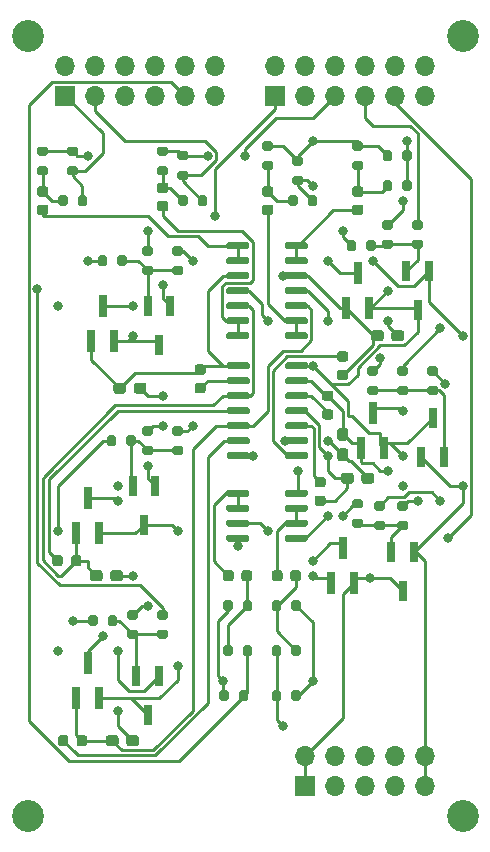
<source format=gtl>
%TF.GenerationSoftware,KiCad,Pcbnew,5.1.10-88a1d61d58~90~ubuntu20.10.1*%
%TF.CreationDate,2021-10-06T21:45:22-04:00*%
%TF.ProjectId,vco,76636f2e-6b69-4636-9164-5f7063625858,rev?*%
%TF.SameCoordinates,Original*%
%TF.FileFunction,Copper,L1,Top*%
%TF.FilePolarity,Positive*%
%FSLAX46Y46*%
G04 Gerber Fmt 4.6, Leading zero omitted, Abs format (unit mm)*
G04 Created by KiCad (PCBNEW 5.1.10-88a1d61d58~90~ubuntu20.10.1) date 2021-10-06 21:45:22*
%MOMM*%
%LPD*%
G01*
G04 APERTURE LIST*
%TA.AperFunction,SMDPad,CuDef*%
%ADD10R,0.800000X1.900000*%
%TD*%
%TA.AperFunction,SMDPad,CuDef*%
%ADD11R,0.800000X1.800000*%
%TD*%
%TA.AperFunction,ComponentPad*%
%ADD12O,1.700000X1.700000*%
%TD*%
%TA.AperFunction,ComponentPad*%
%ADD13R,1.700000X1.700000*%
%TD*%
%TA.AperFunction,ViaPad*%
%ADD14C,2.700000*%
%TD*%
%TA.AperFunction,ViaPad*%
%ADD15C,0.800000*%
%TD*%
%TA.AperFunction,Conductor*%
%ADD16C,0.250000*%
%TD*%
G04 APERTURE END LIST*
%TO.P,U1,14*%
%TO.N,+12V*%
%TA.AperFunction,SMDPad,CuDef*%
G36*
G01*
X153900000Y-102385000D02*
X153900000Y-102085000D01*
G75*
G02*
X154050000Y-101935000I150000J0D01*
G01*
X155700000Y-101935000D01*
G75*
G02*
X155850000Y-102085000I0J-150000D01*
G01*
X155850000Y-102385000D01*
G75*
G02*
X155700000Y-102535000I-150000J0D01*
G01*
X154050000Y-102535000D01*
G75*
G02*
X153900000Y-102385000I0J150000D01*
G01*
G37*
%TD.AperFunction*%
%TO.P,U1,13*%
%TO.N,/Sheet614BBE23/6A*%
%TA.AperFunction,SMDPad,CuDef*%
G36*
G01*
X153900000Y-103655000D02*
X153900000Y-103355000D01*
G75*
G02*
X154050000Y-103205000I150000J0D01*
G01*
X155700000Y-103205000D01*
G75*
G02*
X155850000Y-103355000I0J-150000D01*
G01*
X155850000Y-103655000D01*
G75*
G02*
X155700000Y-103805000I-150000J0D01*
G01*
X154050000Y-103805000D01*
G75*
G02*
X153900000Y-103655000I0J150000D01*
G01*
G37*
%TD.AperFunction*%
%TO.P,U1,12*%
%TO.N,/Sheet614BBE23/6Y*%
%TA.AperFunction,SMDPad,CuDef*%
G36*
G01*
X153900000Y-104925000D02*
X153900000Y-104625000D01*
G75*
G02*
X154050000Y-104475000I150000J0D01*
G01*
X155700000Y-104475000D01*
G75*
G02*
X155850000Y-104625000I0J-150000D01*
G01*
X155850000Y-104925000D01*
G75*
G02*
X155700000Y-105075000I-150000J0D01*
G01*
X154050000Y-105075000D01*
G75*
G02*
X153900000Y-104925000I0J150000D01*
G01*
G37*
%TD.AperFunction*%
%TO.P,U1,11*%
%TO.N,/Sheet614BBE23/5A*%
%TA.AperFunction,SMDPad,CuDef*%
G36*
G01*
X153900000Y-106195000D02*
X153900000Y-105895000D01*
G75*
G02*
X154050000Y-105745000I150000J0D01*
G01*
X155700000Y-105745000D01*
G75*
G02*
X155850000Y-105895000I0J-150000D01*
G01*
X155850000Y-106195000D01*
G75*
G02*
X155700000Y-106345000I-150000J0D01*
G01*
X154050000Y-106345000D01*
G75*
G02*
X153900000Y-106195000I0J150000D01*
G01*
G37*
%TD.AperFunction*%
%TO.P,U1,10*%
%TO.N,/Sheet614BBE23/5Y*%
%TA.AperFunction,SMDPad,CuDef*%
G36*
G01*
X153900000Y-107465000D02*
X153900000Y-107165000D01*
G75*
G02*
X154050000Y-107015000I150000J0D01*
G01*
X155700000Y-107015000D01*
G75*
G02*
X155850000Y-107165000I0J-150000D01*
G01*
X155850000Y-107465000D01*
G75*
G02*
X155700000Y-107615000I-150000J0D01*
G01*
X154050000Y-107615000D01*
G75*
G02*
X153900000Y-107465000I0J150000D01*
G01*
G37*
%TD.AperFunction*%
%TO.P,U1,9*%
%TO.N,/Sheet614BBE23/4A*%
%TA.AperFunction,SMDPad,CuDef*%
G36*
G01*
X153900000Y-108735000D02*
X153900000Y-108435000D01*
G75*
G02*
X154050000Y-108285000I150000J0D01*
G01*
X155700000Y-108285000D01*
G75*
G02*
X155850000Y-108435000I0J-150000D01*
G01*
X155850000Y-108735000D01*
G75*
G02*
X155700000Y-108885000I-150000J0D01*
G01*
X154050000Y-108885000D01*
G75*
G02*
X153900000Y-108735000I0J150000D01*
G01*
G37*
%TD.AperFunction*%
%TO.P,U1,8*%
%TO.N,/Sheet614BBE23/4Y*%
%TA.AperFunction,SMDPad,CuDef*%
G36*
G01*
X153900000Y-110005000D02*
X153900000Y-109705000D01*
G75*
G02*
X154050000Y-109555000I150000J0D01*
G01*
X155700000Y-109555000D01*
G75*
G02*
X155850000Y-109705000I0J-150000D01*
G01*
X155850000Y-110005000D01*
G75*
G02*
X155700000Y-110155000I-150000J0D01*
G01*
X154050000Y-110155000D01*
G75*
G02*
X153900000Y-110005000I0J150000D01*
G01*
G37*
%TD.AperFunction*%
%TO.P,U1,7*%
%TO.N,GND*%
%TA.AperFunction,SMDPad,CuDef*%
G36*
G01*
X148950000Y-110005000D02*
X148950000Y-109705000D01*
G75*
G02*
X149100000Y-109555000I150000J0D01*
G01*
X150750000Y-109555000D01*
G75*
G02*
X150900000Y-109705000I0J-150000D01*
G01*
X150900000Y-110005000D01*
G75*
G02*
X150750000Y-110155000I-150000J0D01*
G01*
X149100000Y-110155000D01*
G75*
G02*
X148950000Y-110005000I0J150000D01*
G01*
G37*
%TD.AperFunction*%
%TO.P,U1,6*%
%TO.N,/Sheet614BBE23/3Y*%
%TA.AperFunction,SMDPad,CuDef*%
G36*
G01*
X148950000Y-108735000D02*
X148950000Y-108435000D01*
G75*
G02*
X149100000Y-108285000I150000J0D01*
G01*
X150750000Y-108285000D01*
G75*
G02*
X150900000Y-108435000I0J-150000D01*
G01*
X150900000Y-108735000D01*
G75*
G02*
X150750000Y-108885000I-150000J0D01*
G01*
X149100000Y-108885000D01*
G75*
G02*
X148950000Y-108735000I0J150000D01*
G01*
G37*
%TD.AperFunction*%
%TO.P,U1,5*%
%TO.N,/Sheet614BBE23/3A*%
%TA.AperFunction,SMDPad,CuDef*%
G36*
G01*
X148950000Y-107465000D02*
X148950000Y-107165000D01*
G75*
G02*
X149100000Y-107015000I150000J0D01*
G01*
X150750000Y-107015000D01*
G75*
G02*
X150900000Y-107165000I0J-150000D01*
G01*
X150900000Y-107465000D01*
G75*
G02*
X150750000Y-107615000I-150000J0D01*
G01*
X149100000Y-107615000D01*
G75*
G02*
X148950000Y-107465000I0J150000D01*
G01*
G37*
%TD.AperFunction*%
%TO.P,U1,4*%
%TO.N,/Sheet614BBE23/2Y*%
%TA.AperFunction,SMDPad,CuDef*%
G36*
G01*
X148950000Y-106195000D02*
X148950000Y-105895000D01*
G75*
G02*
X149100000Y-105745000I150000J0D01*
G01*
X150750000Y-105745000D01*
G75*
G02*
X150900000Y-105895000I0J-150000D01*
G01*
X150900000Y-106195000D01*
G75*
G02*
X150750000Y-106345000I-150000J0D01*
G01*
X149100000Y-106345000D01*
G75*
G02*
X148950000Y-106195000I0J150000D01*
G01*
G37*
%TD.AperFunction*%
%TO.P,U1,3*%
%TO.N,/Sheet614BBE23/2A*%
%TA.AperFunction,SMDPad,CuDef*%
G36*
G01*
X148950000Y-104925000D02*
X148950000Y-104625000D01*
G75*
G02*
X149100000Y-104475000I150000J0D01*
G01*
X150750000Y-104475000D01*
G75*
G02*
X150900000Y-104625000I0J-150000D01*
G01*
X150900000Y-104925000D01*
G75*
G02*
X150750000Y-105075000I-150000J0D01*
G01*
X149100000Y-105075000D01*
G75*
G02*
X148950000Y-104925000I0J150000D01*
G01*
G37*
%TD.AperFunction*%
%TO.P,U1,2*%
%TO.N,/Sheet614BBE23/1Y*%
%TA.AperFunction,SMDPad,CuDef*%
G36*
G01*
X148950000Y-103655000D02*
X148950000Y-103355000D01*
G75*
G02*
X149100000Y-103205000I150000J0D01*
G01*
X150750000Y-103205000D01*
G75*
G02*
X150900000Y-103355000I0J-150000D01*
G01*
X150900000Y-103655000D01*
G75*
G02*
X150750000Y-103805000I-150000J0D01*
G01*
X149100000Y-103805000D01*
G75*
G02*
X148950000Y-103655000I0J150000D01*
G01*
G37*
%TD.AperFunction*%
%TO.P,U1,1*%
%TO.N,/Sheet614BBE23/1A*%
%TA.AperFunction,SMDPad,CuDef*%
G36*
G01*
X148950000Y-102385000D02*
X148950000Y-102085000D01*
G75*
G02*
X149100000Y-101935000I150000J0D01*
G01*
X150750000Y-101935000D01*
G75*
G02*
X150900000Y-102085000I0J-150000D01*
G01*
X150900000Y-102385000D01*
G75*
G02*
X150750000Y-102535000I-150000J0D01*
G01*
X149100000Y-102535000D01*
G75*
G02*
X148950000Y-102385000I0J150000D01*
G01*
G37*
%TD.AperFunction*%
%TD*%
%TO.P,U2,14*%
%TO.N,Net-(C8-Pad1)*%
%TA.AperFunction,SMDPad,CuDef*%
G36*
G01*
X153835000Y-92225000D02*
X153835000Y-91925000D01*
G75*
G02*
X153985000Y-91775000I150000J0D01*
G01*
X155635000Y-91775000D01*
G75*
G02*
X155785000Y-91925000I0J-150000D01*
G01*
X155785000Y-92225000D01*
G75*
G02*
X155635000Y-92375000I-150000J0D01*
G01*
X153985000Y-92375000D01*
G75*
G02*
X153835000Y-92225000I0J150000D01*
G01*
G37*
%TD.AperFunction*%
%TO.P,U2,13*%
%TA.AperFunction,SMDPad,CuDef*%
G36*
G01*
X153835000Y-93495000D02*
X153835000Y-93195000D01*
G75*
G02*
X153985000Y-93045000I150000J0D01*
G01*
X155635000Y-93045000D01*
G75*
G02*
X155785000Y-93195000I0J-150000D01*
G01*
X155785000Y-93495000D01*
G75*
G02*
X155635000Y-93645000I-150000J0D01*
G01*
X153985000Y-93645000D01*
G75*
G02*
X153835000Y-93495000I0J150000D01*
G01*
G37*
%TD.AperFunction*%
%TO.P,U2,12*%
%TO.N,/Sheet614BBE23/4A*%
%TA.AperFunction,SMDPad,CuDef*%
G36*
G01*
X153835000Y-94765000D02*
X153835000Y-94465000D01*
G75*
G02*
X153985000Y-94315000I150000J0D01*
G01*
X155635000Y-94315000D01*
G75*
G02*
X155785000Y-94465000I0J-150000D01*
G01*
X155785000Y-94765000D01*
G75*
G02*
X155635000Y-94915000I-150000J0D01*
G01*
X153985000Y-94915000D01*
G75*
G02*
X153835000Y-94765000I0J150000D01*
G01*
G37*
%TD.AperFunction*%
%TO.P,U2,11*%
%TO.N,-12V*%
%TA.AperFunction,SMDPad,CuDef*%
G36*
G01*
X153835000Y-96035000D02*
X153835000Y-95735000D01*
G75*
G02*
X153985000Y-95585000I150000J0D01*
G01*
X155635000Y-95585000D01*
G75*
G02*
X155785000Y-95735000I0J-150000D01*
G01*
X155785000Y-96035000D01*
G75*
G02*
X155635000Y-96185000I-150000J0D01*
G01*
X153985000Y-96185000D01*
G75*
G02*
X153835000Y-96035000I0J150000D01*
G01*
G37*
%TD.AperFunction*%
%TO.P,U2,10*%
%TO.N,/Sheet614BBE23/3A*%
%TA.AperFunction,SMDPad,CuDef*%
G36*
G01*
X153835000Y-97305000D02*
X153835000Y-97005000D01*
G75*
G02*
X153985000Y-96855000I150000J0D01*
G01*
X155635000Y-96855000D01*
G75*
G02*
X155785000Y-97005000I0J-150000D01*
G01*
X155785000Y-97305000D01*
G75*
G02*
X155635000Y-97455000I-150000J0D01*
G01*
X153985000Y-97455000D01*
G75*
G02*
X153835000Y-97305000I0J150000D01*
G01*
G37*
%TD.AperFunction*%
%TO.P,U2,9*%
%TO.N,Net-(C11-Pad1)*%
%TA.AperFunction,SMDPad,CuDef*%
G36*
G01*
X153835000Y-98575000D02*
X153835000Y-98275000D01*
G75*
G02*
X153985000Y-98125000I150000J0D01*
G01*
X155635000Y-98125000D01*
G75*
G02*
X155785000Y-98275000I0J-150000D01*
G01*
X155785000Y-98575000D01*
G75*
G02*
X155635000Y-98725000I-150000J0D01*
G01*
X153985000Y-98725000D01*
G75*
G02*
X153835000Y-98575000I0J150000D01*
G01*
G37*
%TD.AperFunction*%
%TO.P,U2,8*%
%TA.AperFunction,SMDPad,CuDef*%
G36*
G01*
X153835000Y-99845000D02*
X153835000Y-99545000D01*
G75*
G02*
X153985000Y-99395000I150000J0D01*
G01*
X155635000Y-99395000D01*
G75*
G02*
X155785000Y-99545000I0J-150000D01*
G01*
X155785000Y-99845000D01*
G75*
G02*
X155635000Y-99995000I-150000J0D01*
G01*
X153985000Y-99995000D01*
G75*
G02*
X153835000Y-99845000I0J150000D01*
G01*
G37*
%TD.AperFunction*%
%TO.P,U2,7*%
%TO.N,Net-(C7-Pad1)*%
%TA.AperFunction,SMDPad,CuDef*%
G36*
G01*
X148885000Y-99845000D02*
X148885000Y-99545000D01*
G75*
G02*
X149035000Y-99395000I150000J0D01*
G01*
X150685000Y-99395000D01*
G75*
G02*
X150835000Y-99545000I0J-150000D01*
G01*
X150835000Y-99845000D01*
G75*
G02*
X150685000Y-99995000I-150000J0D01*
G01*
X149035000Y-99995000D01*
G75*
G02*
X148885000Y-99845000I0J150000D01*
G01*
G37*
%TD.AperFunction*%
%TO.P,U2,6*%
%TA.AperFunction,SMDPad,CuDef*%
G36*
G01*
X148885000Y-98575000D02*
X148885000Y-98275000D01*
G75*
G02*
X149035000Y-98125000I150000J0D01*
G01*
X150685000Y-98125000D01*
G75*
G02*
X150835000Y-98275000I0J-150000D01*
G01*
X150835000Y-98575000D01*
G75*
G02*
X150685000Y-98725000I-150000J0D01*
G01*
X149035000Y-98725000D01*
G75*
G02*
X148885000Y-98575000I0J150000D01*
G01*
G37*
%TD.AperFunction*%
%TO.P,U2,5*%
%TO.N,/Sheet614BBE23/2A*%
%TA.AperFunction,SMDPad,CuDef*%
G36*
G01*
X148885000Y-97305000D02*
X148885000Y-97005000D01*
G75*
G02*
X149035000Y-96855000I150000J0D01*
G01*
X150685000Y-96855000D01*
G75*
G02*
X150835000Y-97005000I0J-150000D01*
G01*
X150835000Y-97305000D01*
G75*
G02*
X150685000Y-97455000I-150000J0D01*
G01*
X149035000Y-97455000D01*
G75*
G02*
X148885000Y-97305000I0J150000D01*
G01*
G37*
%TD.AperFunction*%
%TO.P,U2,4*%
%TO.N,+12V*%
%TA.AperFunction,SMDPad,CuDef*%
G36*
G01*
X148885000Y-96035000D02*
X148885000Y-95735000D01*
G75*
G02*
X149035000Y-95585000I150000J0D01*
G01*
X150685000Y-95585000D01*
G75*
G02*
X150835000Y-95735000I0J-150000D01*
G01*
X150835000Y-96035000D01*
G75*
G02*
X150685000Y-96185000I-150000J0D01*
G01*
X149035000Y-96185000D01*
G75*
G02*
X148885000Y-96035000I0J150000D01*
G01*
G37*
%TD.AperFunction*%
%TO.P,U2,3*%
%TO.N,/Sheet614BBE23/1A*%
%TA.AperFunction,SMDPad,CuDef*%
G36*
G01*
X148885000Y-94765000D02*
X148885000Y-94465000D01*
G75*
G02*
X149035000Y-94315000I150000J0D01*
G01*
X150685000Y-94315000D01*
G75*
G02*
X150835000Y-94465000I0J-150000D01*
G01*
X150835000Y-94765000D01*
G75*
G02*
X150685000Y-94915000I-150000J0D01*
G01*
X149035000Y-94915000D01*
G75*
G02*
X148885000Y-94765000I0J150000D01*
G01*
G37*
%TD.AperFunction*%
%TO.P,U2,2*%
%TO.N,Net-(C10-Pad1)*%
%TA.AperFunction,SMDPad,CuDef*%
G36*
G01*
X148885000Y-93495000D02*
X148885000Y-93195000D01*
G75*
G02*
X149035000Y-93045000I150000J0D01*
G01*
X150685000Y-93045000D01*
G75*
G02*
X150835000Y-93195000I0J-150000D01*
G01*
X150835000Y-93495000D01*
G75*
G02*
X150685000Y-93645000I-150000J0D01*
G01*
X149035000Y-93645000D01*
G75*
G02*
X148885000Y-93495000I0J150000D01*
G01*
G37*
%TD.AperFunction*%
%TO.P,U2,1*%
%TA.AperFunction,SMDPad,CuDef*%
G36*
G01*
X148885000Y-92225000D02*
X148885000Y-91925000D01*
G75*
G02*
X149035000Y-91775000I150000J0D01*
G01*
X150685000Y-91775000D01*
G75*
G02*
X150835000Y-91925000I0J-150000D01*
G01*
X150835000Y-92225000D01*
G75*
G02*
X150685000Y-92375000I-150000J0D01*
G01*
X149035000Y-92375000D01*
G75*
G02*
X148885000Y-92225000I0J150000D01*
G01*
G37*
%TD.AperFunction*%
%TD*%
D10*
%TO.P,Q12,3*%
%TO.N,GND*%
X161290000Y-106220000D03*
%TO.P,Q12,2*%
%TO.N,+12V*%
X162240000Y-109220000D03*
%TO.P,Q12,1*%
%TO.N,/Sheet614BBE23/6A*%
X160340000Y-109220000D03*
%TD*%
D11*
%TO.P,Q11,3*%
%TO.N,+12V*%
X166370000Y-106680000D03*
%TO.P,Q11,2*%
%TO.N,Net-(Q11-Pad2)*%
X167320000Y-109980000D03*
%TO.P,Q11,1*%
%TO.N,-12V*%
X165420000Y-109980000D03*
%TD*%
D10*
%TO.P,Q10,3*%
%TO.N,GND*%
X158750000Y-117650000D03*
%TO.P,Q10,2*%
%TO.N,+12V*%
X159700000Y-120650000D03*
%TO.P,Q10,1*%
%TO.N,/Sheet614BBE23/5A*%
X157800000Y-120650000D03*
%TD*%
D11*
%TO.P,Q9,3*%
%TO.N,+12V*%
X163830000Y-121285000D03*
%TO.P,Q9,2*%
%TO.N,Net-(Q9-Pad2)*%
X162880000Y-117985000D03*
%TO.P,Q9,1*%
%TO.N,-12V*%
X164780000Y-117985000D03*
%TD*%
D10*
%TO.P,Q8,3*%
%TO.N,GND*%
X160020000Y-94385000D03*
%TO.P,Q8,2*%
%TO.N,+12V*%
X160970000Y-97385000D03*
%TO.P,Q8,1*%
%TO.N,/Sheet614BBE23/4A*%
X159070000Y-97385000D03*
%TD*%
D11*
%TO.P,Q7,3*%
%TO.N,+12V*%
X165100000Y-97535000D03*
%TO.P,Q7,2*%
%TO.N,Net-(Q7-Pad2)*%
X164150000Y-94235000D03*
%TO.P,Q7,1*%
%TO.N,-12V*%
X166050000Y-94235000D03*
%TD*%
D10*
%TO.P,Q6,3*%
%TO.N,GND*%
X137160000Y-127405000D03*
%TO.P,Q6,2*%
%TO.N,+12V*%
X138110000Y-130405000D03*
%TO.P,Q6,1*%
%TO.N,/Sheet614BBE23/3A*%
X136210000Y-130405000D03*
%TD*%
D11*
%TO.P,Q5,3*%
%TO.N,+12V*%
X142240000Y-131825000D03*
%TO.P,Q5,2*%
%TO.N,Net-(Q5-Pad2)*%
X141290000Y-128525000D03*
%TO.P,Q5,1*%
%TO.N,-12V*%
X143190000Y-128525000D03*
%TD*%
D10*
%TO.P,Q4,3*%
%TO.N,GND*%
X137160000Y-113435000D03*
%TO.P,Q4,2*%
%TO.N,+12V*%
X138110000Y-116435000D03*
%TO.P,Q4,1*%
%TO.N,/Sheet614BBE23/2A*%
X136210000Y-116435000D03*
%TD*%
D11*
%TO.P,Q3,3*%
%TO.N,+12V*%
X141920000Y-115695000D03*
%TO.P,Q3,2*%
%TO.N,Net-(Q3-Pad2)*%
X140970000Y-112395000D03*
%TO.P,Q3,1*%
%TO.N,-12V*%
X142870000Y-112395000D03*
%TD*%
D10*
%TO.P,Q2,3*%
%TO.N,GND*%
X138430000Y-97155000D03*
%TO.P,Q2,2*%
%TO.N,+12V*%
X139380000Y-100155000D03*
%TO.P,Q2,1*%
%TO.N,/Sheet614BBE23/1A*%
X137480000Y-100155000D03*
%TD*%
D11*
%TO.P,Q1,3*%
%TO.N,+12V*%
X143190000Y-100455000D03*
%TO.P,Q1,2*%
%TO.N,Net-(Q1-Pad2)*%
X142240000Y-97155000D03*
%TO.P,Q1,1*%
%TO.N,-12V*%
X144140000Y-97155000D03*
%TD*%
%TO.P,D6,2*%
%TO.N,/Sheet614BBE23/6Y*%
%TA.AperFunction,SMDPad,CuDef*%
G36*
G01*
X157223750Y-105912500D02*
X157736250Y-105912500D01*
G75*
G02*
X157955000Y-106131250I0J-218750D01*
G01*
X157955000Y-106568750D01*
G75*
G02*
X157736250Y-106787500I-218750J0D01*
G01*
X157223750Y-106787500D01*
G75*
G02*
X157005000Y-106568750I0J218750D01*
G01*
X157005000Y-106131250D01*
G75*
G02*
X157223750Y-105912500I218750J0D01*
G01*
G37*
%TD.AperFunction*%
%TO.P,D6,1*%
%TO.N,/Sheet614BBE23/6A*%
%TA.AperFunction,SMDPad,CuDef*%
G36*
G01*
X157223750Y-104337500D02*
X157736250Y-104337500D01*
G75*
G02*
X157955000Y-104556250I0J-218750D01*
G01*
X157955000Y-104993750D01*
G75*
G02*
X157736250Y-105212500I-218750J0D01*
G01*
X157223750Y-105212500D01*
G75*
G02*
X157005000Y-104993750I0J218750D01*
G01*
X157005000Y-104556250D01*
G75*
G02*
X157223750Y-104337500I218750J0D01*
G01*
G37*
%TD.AperFunction*%
%TD*%
%TO.P,D5,2*%
%TO.N,/Sheet614BBE23/5Y*%
%TA.AperFunction,SMDPad,CuDef*%
G36*
G01*
X157101250Y-112527500D02*
X156588750Y-112527500D01*
G75*
G02*
X156370000Y-112308750I0J218750D01*
G01*
X156370000Y-111871250D01*
G75*
G02*
X156588750Y-111652500I218750J0D01*
G01*
X157101250Y-111652500D01*
G75*
G02*
X157320000Y-111871250I0J-218750D01*
G01*
X157320000Y-112308750D01*
G75*
G02*
X157101250Y-112527500I-218750J0D01*
G01*
G37*
%TD.AperFunction*%
%TO.P,D5,1*%
%TO.N,/Sheet614BBE23/5A*%
%TA.AperFunction,SMDPad,CuDef*%
G36*
G01*
X157101250Y-114102500D02*
X156588750Y-114102500D01*
G75*
G02*
X156370000Y-113883750I0J218750D01*
G01*
X156370000Y-113446250D01*
G75*
G02*
X156588750Y-113227500I218750J0D01*
G01*
X157101250Y-113227500D01*
G75*
G02*
X157320000Y-113446250I0J-218750D01*
G01*
X157320000Y-113883750D01*
G75*
G02*
X157101250Y-114102500I-218750J0D01*
G01*
G37*
%TD.AperFunction*%
%TD*%
%TO.P,D4,2*%
%TO.N,/Sheet614BBE23/4Y*%
%TA.AperFunction,SMDPad,CuDef*%
G36*
G01*
X159006250Y-101885000D02*
X158493750Y-101885000D01*
G75*
G02*
X158275000Y-101666250I0J218750D01*
G01*
X158275000Y-101228750D01*
G75*
G02*
X158493750Y-101010000I218750J0D01*
G01*
X159006250Y-101010000D01*
G75*
G02*
X159225000Y-101228750I0J-218750D01*
G01*
X159225000Y-101666250D01*
G75*
G02*
X159006250Y-101885000I-218750J0D01*
G01*
G37*
%TD.AperFunction*%
%TO.P,D4,1*%
%TO.N,/Sheet614BBE23/4A*%
%TA.AperFunction,SMDPad,CuDef*%
G36*
G01*
X159006250Y-103460000D02*
X158493750Y-103460000D01*
G75*
G02*
X158275000Y-103241250I0J218750D01*
G01*
X158275000Y-102803750D01*
G75*
G02*
X158493750Y-102585000I218750J0D01*
G01*
X159006250Y-102585000D01*
G75*
G02*
X159225000Y-102803750I0J-218750D01*
G01*
X159225000Y-103241250D01*
G75*
G02*
X159006250Y-103460000I-218750J0D01*
G01*
G37*
%TD.AperFunction*%
%TD*%
%TO.P,D3,2*%
%TO.N,/Sheet614BBE23/3Y*%
%TA.AperFunction,SMDPad,CuDef*%
G36*
G01*
X135540000Y-133728750D02*
X135540000Y-134241250D01*
G75*
G02*
X135321250Y-134460000I-218750J0D01*
G01*
X134883750Y-134460000D01*
G75*
G02*
X134665000Y-134241250I0J218750D01*
G01*
X134665000Y-133728750D01*
G75*
G02*
X134883750Y-133510000I218750J0D01*
G01*
X135321250Y-133510000D01*
G75*
G02*
X135540000Y-133728750I0J-218750D01*
G01*
G37*
%TD.AperFunction*%
%TO.P,D3,1*%
%TO.N,/Sheet614BBE23/3A*%
%TA.AperFunction,SMDPad,CuDef*%
G36*
G01*
X137115000Y-133728750D02*
X137115000Y-134241250D01*
G75*
G02*
X136896250Y-134460000I-218750J0D01*
G01*
X136458750Y-134460000D01*
G75*
G02*
X136240000Y-134241250I0J218750D01*
G01*
X136240000Y-133728750D01*
G75*
G02*
X136458750Y-133510000I218750J0D01*
G01*
X136896250Y-133510000D01*
G75*
G02*
X137115000Y-133728750I0J-218750D01*
G01*
G37*
%TD.AperFunction*%
%TD*%
%TO.P,D2,2*%
%TO.N,/Sheet614BBE23/2Y*%
%TA.AperFunction,SMDPad,CuDef*%
G36*
G01*
X135057500Y-118488750D02*
X135057500Y-119001250D01*
G75*
G02*
X134838750Y-119220000I-218750J0D01*
G01*
X134401250Y-119220000D01*
G75*
G02*
X134182500Y-119001250I0J218750D01*
G01*
X134182500Y-118488750D01*
G75*
G02*
X134401250Y-118270000I218750J0D01*
G01*
X134838750Y-118270000D01*
G75*
G02*
X135057500Y-118488750I0J-218750D01*
G01*
G37*
%TD.AperFunction*%
%TO.P,D2,1*%
%TO.N,/Sheet614BBE23/2A*%
%TA.AperFunction,SMDPad,CuDef*%
G36*
G01*
X136632500Y-118488750D02*
X136632500Y-119001250D01*
G75*
G02*
X136413750Y-119220000I-218750J0D01*
G01*
X135976250Y-119220000D01*
G75*
G02*
X135757500Y-119001250I0J218750D01*
G01*
X135757500Y-118488750D01*
G75*
G02*
X135976250Y-118270000I218750J0D01*
G01*
X136413750Y-118270000D01*
G75*
G02*
X136632500Y-118488750I0J-218750D01*
G01*
G37*
%TD.AperFunction*%
%TD*%
%TO.P,D1,2*%
%TO.N,/Sheet614BBE23/1Y*%
%TA.AperFunction,SMDPad,CuDef*%
G36*
G01*
X146428750Y-103702500D02*
X146941250Y-103702500D01*
G75*
G02*
X147160000Y-103921250I0J-218750D01*
G01*
X147160000Y-104358750D01*
G75*
G02*
X146941250Y-104577500I-218750J0D01*
G01*
X146428750Y-104577500D01*
G75*
G02*
X146210000Y-104358750I0J218750D01*
G01*
X146210000Y-103921250D01*
G75*
G02*
X146428750Y-103702500I218750J0D01*
G01*
G37*
%TD.AperFunction*%
%TO.P,D1,1*%
%TO.N,/Sheet614BBE23/1A*%
%TA.AperFunction,SMDPad,CuDef*%
G36*
G01*
X146428750Y-102127500D02*
X146941250Y-102127500D01*
G75*
G02*
X147160000Y-102346250I0J-218750D01*
G01*
X147160000Y-102783750D01*
G75*
G02*
X146941250Y-103002500I-218750J0D01*
G01*
X146428750Y-103002500D01*
G75*
G02*
X146210000Y-102783750I0J218750D01*
G01*
X146210000Y-102346250D01*
G75*
G02*
X146428750Y-102127500I218750J0D01*
G01*
G37*
%TD.AperFunction*%
%TD*%
%TO.P,C1,2*%
%TO.N,GND*%
%TA.AperFunction,SMDPad,CuDef*%
G36*
G01*
X141067500Y-104377500D02*
X141067500Y-103902500D01*
G75*
G02*
X141305000Y-103665000I237500J0D01*
G01*
X141905000Y-103665000D01*
G75*
G02*
X142142500Y-103902500I0J-237500D01*
G01*
X142142500Y-104377500D01*
G75*
G02*
X141905000Y-104615000I-237500J0D01*
G01*
X141305000Y-104615000D01*
G75*
G02*
X141067500Y-104377500I0J237500D01*
G01*
G37*
%TD.AperFunction*%
%TO.P,C1,1*%
%TO.N,/Sheet614BBE23/1A*%
%TA.AperFunction,SMDPad,CuDef*%
G36*
G01*
X139342500Y-104377500D02*
X139342500Y-103902500D01*
G75*
G02*
X139580000Y-103665000I237500J0D01*
G01*
X140180000Y-103665000D01*
G75*
G02*
X140417500Y-103902500I0J-237500D01*
G01*
X140417500Y-104377500D01*
G75*
G02*
X140180000Y-104615000I-237500J0D01*
G01*
X139580000Y-104615000D01*
G75*
G02*
X139342500Y-104377500I0J237500D01*
G01*
G37*
%TD.AperFunction*%
%TD*%
%TO.P,C2,2*%
%TO.N,GND*%
%TA.AperFunction,SMDPad,CuDef*%
G36*
G01*
X139075000Y-120252500D02*
X139075000Y-119777500D01*
G75*
G02*
X139312500Y-119540000I237500J0D01*
G01*
X139912500Y-119540000D01*
G75*
G02*
X140150000Y-119777500I0J-237500D01*
G01*
X140150000Y-120252500D01*
G75*
G02*
X139912500Y-120490000I-237500J0D01*
G01*
X139312500Y-120490000D01*
G75*
G02*
X139075000Y-120252500I0J237500D01*
G01*
G37*
%TD.AperFunction*%
%TO.P,C2,1*%
%TO.N,/Sheet614BBE23/2A*%
%TA.AperFunction,SMDPad,CuDef*%
G36*
G01*
X137350000Y-120252500D02*
X137350000Y-119777500D01*
G75*
G02*
X137587500Y-119540000I237500J0D01*
G01*
X138187500Y-119540000D01*
G75*
G02*
X138425000Y-119777500I0J-237500D01*
G01*
X138425000Y-120252500D01*
G75*
G02*
X138187500Y-120490000I-237500J0D01*
G01*
X137587500Y-120490000D01*
G75*
G02*
X137350000Y-120252500I0J237500D01*
G01*
G37*
%TD.AperFunction*%
%TD*%
%TO.P,C3,2*%
%TO.N,GND*%
%TA.AperFunction,SMDPad,CuDef*%
G36*
G01*
X140432500Y-134222500D02*
X140432500Y-133747500D01*
G75*
G02*
X140670000Y-133510000I237500J0D01*
G01*
X141270000Y-133510000D01*
G75*
G02*
X141507500Y-133747500I0J-237500D01*
G01*
X141507500Y-134222500D01*
G75*
G02*
X141270000Y-134460000I-237500J0D01*
G01*
X140670000Y-134460000D01*
G75*
G02*
X140432500Y-134222500I0J237500D01*
G01*
G37*
%TD.AperFunction*%
%TO.P,C3,1*%
%TO.N,/Sheet614BBE23/3A*%
%TA.AperFunction,SMDPad,CuDef*%
G36*
G01*
X138707500Y-134222500D02*
X138707500Y-133747500D01*
G75*
G02*
X138945000Y-133510000I237500J0D01*
G01*
X139545000Y-133510000D01*
G75*
G02*
X139782500Y-133747500I0J-237500D01*
G01*
X139782500Y-134222500D01*
G75*
G02*
X139545000Y-134460000I-237500J0D01*
G01*
X138945000Y-134460000D01*
G75*
G02*
X138707500Y-134222500I0J237500D01*
G01*
G37*
%TD.AperFunction*%
%TD*%
%TO.P,C4,2*%
%TO.N,GND*%
%TA.AperFunction,SMDPad,CuDef*%
G36*
G01*
X162885000Y-99932500D02*
X162885000Y-99457500D01*
G75*
G02*
X163122500Y-99220000I237500J0D01*
G01*
X163722500Y-99220000D01*
G75*
G02*
X163960000Y-99457500I0J-237500D01*
G01*
X163960000Y-99932500D01*
G75*
G02*
X163722500Y-100170000I-237500J0D01*
G01*
X163122500Y-100170000D01*
G75*
G02*
X162885000Y-99932500I0J237500D01*
G01*
G37*
%TD.AperFunction*%
%TO.P,C4,1*%
%TO.N,/Sheet614BBE23/4A*%
%TA.AperFunction,SMDPad,CuDef*%
G36*
G01*
X161160000Y-99932500D02*
X161160000Y-99457500D01*
G75*
G02*
X161397500Y-99220000I237500J0D01*
G01*
X161997500Y-99220000D01*
G75*
G02*
X162235000Y-99457500I0J-237500D01*
G01*
X162235000Y-99932500D01*
G75*
G02*
X161997500Y-100170000I-237500J0D01*
G01*
X161397500Y-100170000D01*
G75*
G02*
X161160000Y-99932500I0J237500D01*
G01*
G37*
%TD.AperFunction*%
%TD*%
%TO.P,C5,2*%
%TO.N,GND*%
%TA.AperFunction,SMDPad,CuDef*%
G36*
G01*
X160345000Y-111997500D02*
X160345000Y-111522500D01*
G75*
G02*
X160582500Y-111285000I237500J0D01*
G01*
X161182500Y-111285000D01*
G75*
G02*
X161420000Y-111522500I0J-237500D01*
G01*
X161420000Y-111997500D01*
G75*
G02*
X161182500Y-112235000I-237500J0D01*
G01*
X160582500Y-112235000D01*
G75*
G02*
X160345000Y-111997500I0J237500D01*
G01*
G37*
%TD.AperFunction*%
%TO.P,C5,1*%
%TO.N,/Sheet614BBE23/5A*%
%TA.AperFunction,SMDPad,CuDef*%
G36*
G01*
X158620000Y-111997500D02*
X158620000Y-111522500D01*
G75*
G02*
X158857500Y-111285000I237500J0D01*
G01*
X159457500Y-111285000D01*
G75*
G02*
X159695000Y-111522500I0J-237500D01*
G01*
X159695000Y-111997500D01*
G75*
G02*
X159457500Y-112235000I-237500J0D01*
G01*
X158857500Y-112235000D01*
G75*
G02*
X158620000Y-111997500I0J237500D01*
G01*
G37*
%TD.AperFunction*%
%TD*%
%TO.P,C6,2*%
%TO.N,GND*%
%TA.AperFunction,SMDPad,CuDef*%
G36*
G01*
X158512500Y-109230000D02*
X158987500Y-109230000D01*
G75*
G02*
X159225000Y-109467500I0J-237500D01*
G01*
X159225000Y-110067500D01*
G75*
G02*
X158987500Y-110305000I-237500J0D01*
G01*
X158512500Y-110305000D01*
G75*
G02*
X158275000Y-110067500I0J237500D01*
G01*
X158275000Y-109467500D01*
G75*
G02*
X158512500Y-109230000I237500J0D01*
G01*
G37*
%TD.AperFunction*%
%TO.P,C6,1*%
%TO.N,/Sheet614BBE23/6A*%
%TA.AperFunction,SMDPad,CuDef*%
G36*
G01*
X158512500Y-107505000D02*
X158987500Y-107505000D01*
G75*
G02*
X159225000Y-107742500I0J-237500D01*
G01*
X159225000Y-108342500D01*
G75*
G02*
X158987500Y-108580000I-237500J0D01*
G01*
X158512500Y-108580000D01*
G75*
G02*
X158275000Y-108342500I0J237500D01*
G01*
X158275000Y-107742500D01*
G75*
G02*
X158512500Y-107505000I237500J0D01*
G01*
G37*
%TD.AperFunction*%
%TD*%
%TO.P,C7,2*%
%TO.N,Net-(C7-Pad2)*%
%TA.AperFunction,SMDPad,CuDef*%
G36*
G01*
X143760000Y-87620000D02*
X143260000Y-87620000D01*
G75*
G02*
X143035000Y-87395000I0J225000D01*
G01*
X143035000Y-86945000D01*
G75*
G02*
X143260000Y-86720000I225000J0D01*
G01*
X143760000Y-86720000D01*
G75*
G02*
X143985000Y-86945000I0J-225000D01*
G01*
X143985000Y-87395000D01*
G75*
G02*
X143760000Y-87620000I-225000J0D01*
G01*
G37*
%TD.AperFunction*%
%TO.P,C7,1*%
%TO.N,Net-(C7-Pad1)*%
%TA.AperFunction,SMDPad,CuDef*%
G36*
G01*
X143760000Y-89170000D02*
X143260000Y-89170000D01*
G75*
G02*
X143035000Y-88945000I0J225000D01*
G01*
X143035000Y-88495000D01*
G75*
G02*
X143260000Y-88270000I225000J0D01*
G01*
X143760000Y-88270000D01*
G75*
G02*
X143985000Y-88495000I0J-225000D01*
G01*
X143985000Y-88945000D01*
G75*
G02*
X143760000Y-89170000I-225000J0D01*
G01*
G37*
%TD.AperFunction*%
%TD*%
%TO.P,C8,2*%
%TO.N,Net-(C8-Pad2)*%
%TA.AperFunction,SMDPad,CuDef*%
G36*
G01*
X160270000Y-87940000D02*
X159770000Y-87940000D01*
G75*
G02*
X159545000Y-87715000I0J225000D01*
G01*
X159545000Y-87265000D01*
G75*
G02*
X159770000Y-87040000I225000J0D01*
G01*
X160270000Y-87040000D01*
G75*
G02*
X160495000Y-87265000I0J-225000D01*
G01*
X160495000Y-87715000D01*
G75*
G02*
X160270000Y-87940000I-225000J0D01*
G01*
G37*
%TD.AperFunction*%
%TO.P,C8,1*%
%TO.N,Net-(C8-Pad1)*%
%TA.AperFunction,SMDPad,CuDef*%
G36*
G01*
X160270000Y-89490000D02*
X159770000Y-89490000D01*
G75*
G02*
X159545000Y-89265000I0J225000D01*
G01*
X159545000Y-88815000D01*
G75*
G02*
X159770000Y-88590000I225000J0D01*
G01*
X160270000Y-88590000D01*
G75*
G02*
X160495000Y-88815000I0J-225000D01*
G01*
X160495000Y-89265000D01*
G75*
G02*
X160270000Y-89490000I-225000J0D01*
G01*
G37*
%TD.AperFunction*%
%TD*%
%TO.P,C9,2*%
%TO.N,Net-(C9-Pad2)*%
%TA.AperFunction,SMDPad,CuDef*%
G36*
G01*
X150185000Y-120265000D02*
X150185000Y-119765000D01*
G75*
G02*
X150410000Y-119540000I225000J0D01*
G01*
X150860000Y-119540000D01*
G75*
G02*
X151085000Y-119765000I0J-225000D01*
G01*
X151085000Y-120265000D01*
G75*
G02*
X150860000Y-120490000I-225000J0D01*
G01*
X150410000Y-120490000D01*
G75*
G02*
X150185000Y-120265000I0J225000D01*
G01*
G37*
%TD.AperFunction*%
%TO.P,C9,1*%
%TO.N,Net-(C9-Pad1)*%
%TA.AperFunction,SMDPad,CuDef*%
G36*
G01*
X148635000Y-120265000D02*
X148635000Y-119765000D01*
G75*
G02*
X148860000Y-119540000I225000J0D01*
G01*
X149310000Y-119540000D01*
G75*
G02*
X149535000Y-119765000I0J-225000D01*
G01*
X149535000Y-120265000D01*
G75*
G02*
X149310000Y-120490000I-225000J0D01*
G01*
X148860000Y-120490000D01*
G75*
G02*
X148635000Y-120265000I0J225000D01*
G01*
G37*
%TD.AperFunction*%
%TD*%
%TO.P,C10,2*%
%TO.N,Net-(C10-Pad2)*%
%TA.AperFunction,SMDPad,CuDef*%
G36*
G01*
X133600000Y-87940000D02*
X133100000Y-87940000D01*
G75*
G02*
X132875000Y-87715000I0J225000D01*
G01*
X132875000Y-87265000D01*
G75*
G02*
X133100000Y-87040000I225000J0D01*
G01*
X133600000Y-87040000D01*
G75*
G02*
X133825000Y-87265000I0J-225000D01*
G01*
X133825000Y-87715000D01*
G75*
G02*
X133600000Y-87940000I-225000J0D01*
G01*
G37*
%TD.AperFunction*%
%TO.P,C10,1*%
%TO.N,Net-(C10-Pad1)*%
%TA.AperFunction,SMDPad,CuDef*%
G36*
G01*
X133600000Y-89490000D02*
X133100000Y-89490000D01*
G75*
G02*
X132875000Y-89265000I0J225000D01*
G01*
X132875000Y-88815000D01*
G75*
G02*
X133100000Y-88590000I225000J0D01*
G01*
X133600000Y-88590000D01*
G75*
G02*
X133825000Y-88815000I0J-225000D01*
G01*
X133825000Y-89265000D01*
G75*
G02*
X133600000Y-89490000I-225000J0D01*
G01*
G37*
%TD.AperFunction*%
%TD*%
%TO.P,C11,2*%
%TO.N,Net-(C11-Pad2)*%
%TA.AperFunction,SMDPad,CuDef*%
G36*
G01*
X152650000Y-87940000D02*
X152150000Y-87940000D01*
G75*
G02*
X151925000Y-87715000I0J225000D01*
G01*
X151925000Y-87265000D01*
G75*
G02*
X152150000Y-87040000I225000J0D01*
G01*
X152650000Y-87040000D01*
G75*
G02*
X152875000Y-87265000I0J-225000D01*
G01*
X152875000Y-87715000D01*
G75*
G02*
X152650000Y-87940000I-225000J0D01*
G01*
G37*
%TD.AperFunction*%
%TO.P,C11,1*%
%TO.N,Net-(C11-Pad1)*%
%TA.AperFunction,SMDPad,CuDef*%
G36*
G01*
X152650000Y-89490000D02*
X152150000Y-89490000D01*
G75*
G02*
X151925000Y-89265000I0J225000D01*
G01*
X151925000Y-88815000D01*
G75*
G02*
X152150000Y-88590000I225000J0D01*
G01*
X152650000Y-88590000D01*
G75*
G02*
X152875000Y-88815000I0J-225000D01*
G01*
X152875000Y-89265000D01*
G75*
G02*
X152650000Y-89490000I-225000J0D01*
G01*
G37*
%TD.AperFunction*%
%TD*%
%TO.P,C12,2*%
%TO.N,Net-(C12-Pad2)*%
%TA.AperFunction,SMDPad,CuDef*%
G36*
G01*
X154315000Y-120265000D02*
X154315000Y-119765000D01*
G75*
G02*
X154540000Y-119540000I225000J0D01*
G01*
X154990000Y-119540000D01*
G75*
G02*
X155215000Y-119765000I0J-225000D01*
G01*
X155215000Y-120265000D01*
G75*
G02*
X154990000Y-120490000I-225000J0D01*
G01*
X154540000Y-120490000D01*
G75*
G02*
X154315000Y-120265000I0J225000D01*
G01*
G37*
%TD.AperFunction*%
%TO.P,C12,1*%
%TO.N,Net-(C12-Pad1)*%
%TA.AperFunction,SMDPad,CuDef*%
G36*
G01*
X152765000Y-120265000D02*
X152765000Y-119765000D01*
G75*
G02*
X152990000Y-119540000I225000J0D01*
G01*
X153440000Y-119540000D01*
G75*
G02*
X153665000Y-119765000I0J-225000D01*
G01*
X153665000Y-120265000D01*
G75*
G02*
X153440000Y-120490000I-225000J0D01*
G01*
X152990000Y-120490000D01*
G75*
G02*
X152765000Y-120265000I0J225000D01*
G01*
G37*
%TD.AperFunction*%
%TD*%
%TO.P,R1,2*%
%TO.N,Net-(R1-Pad2)*%
%TA.AperFunction,SMDPad,CuDef*%
G36*
G01*
X138830000Y-93070000D02*
X138830000Y-93620000D01*
G75*
G02*
X138630000Y-93820000I-200000J0D01*
G01*
X138230000Y-93820000D01*
G75*
G02*
X138030000Y-93620000I0J200000D01*
G01*
X138030000Y-93070000D01*
G75*
G02*
X138230000Y-92870000I200000J0D01*
G01*
X138630000Y-92870000D01*
G75*
G02*
X138830000Y-93070000I0J-200000D01*
G01*
G37*
%TD.AperFunction*%
%TO.P,R1,1*%
%TO.N,Net-(Q1-Pad2)*%
%TA.AperFunction,SMDPad,CuDef*%
G36*
G01*
X140480000Y-93070000D02*
X140480000Y-93620000D01*
G75*
G02*
X140280000Y-93820000I-200000J0D01*
G01*
X139880000Y-93820000D01*
G75*
G02*
X139680000Y-93620000I0J200000D01*
G01*
X139680000Y-93070000D01*
G75*
G02*
X139880000Y-92870000I200000J0D01*
G01*
X140280000Y-92870000D01*
G75*
G02*
X140480000Y-93070000I0J-200000D01*
G01*
G37*
%TD.AperFunction*%
%TD*%
%TO.P,R2,2*%
%TO.N,Net-(Q1-Pad2)*%
%TA.AperFunction,SMDPad,CuDef*%
G36*
G01*
X144505000Y-93770000D02*
X145055000Y-93770000D01*
G75*
G02*
X145255000Y-93970000I0J-200000D01*
G01*
X145255000Y-94370000D01*
G75*
G02*
X145055000Y-94570000I-200000J0D01*
G01*
X144505000Y-94570000D01*
G75*
G02*
X144305000Y-94370000I0J200000D01*
G01*
X144305000Y-93970000D01*
G75*
G02*
X144505000Y-93770000I200000J0D01*
G01*
G37*
%TD.AperFunction*%
%TO.P,R2,1*%
%TO.N,CV1*%
%TA.AperFunction,SMDPad,CuDef*%
G36*
G01*
X144505000Y-92120000D02*
X145055000Y-92120000D01*
G75*
G02*
X145255000Y-92320000I0J-200000D01*
G01*
X145255000Y-92720000D01*
G75*
G02*
X145055000Y-92920000I-200000J0D01*
G01*
X144505000Y-92920000D01*
G75*
G02*
X144305000Y-92720000I0J200000D01*
G01*
X144305000Y-92320000D01*
G75*
G02*
X144505000Y-92120000I200000J0D01*
G01*
G37*
%TD.AperFunction*%
%TD*%
%TO.P,R3,2*%
%TO.N,Net-(R3-Pad2)*%
%TA.AperFunction,SMDPad,CuDef*%
G36*
G01*
X142515000Y-92920000D02*
X141965000Y-92920000D01*
G75*
G02*
X141765000Y-92720000I0J200000D01*
G01*
X141765000Y-92320000D01*
G75*
G02*
X141965000Y-92120000I200000J0D01*
G01*
X142515000Y-92120000D01*
G75*
G02*
X142715000Y-92320000I0J-200000D01*
G01*
X142715000Y-92720000D01*
G75*
G02*
X142515000Y-92920000I-200000J0D01*
G01*
G37*
%TD.AperFunction*%
%TO.P,R3,1*%
%TO.N,Net-(Q1-Pad2)*%
%TA.AperFunction,SMDPad,CuDef*%
G36*
G01*
X142515000Y-94570000D02*
X141965000Y-94570000D01*
G75*
G02*
X141765000Y-94370000I0J200000D01*
G01*
X141765000Y-93970000D01*
G75*
G02*
X141965000Y-93770000I200000J0D01*
G01*
X142515000Y-93770000D01*
G75*
G02*
X142715000Y-93970000I0J-200000D01*
G01*
X142715000Y-94370000D01*
G75*
G02*
X142515000Y-94570000I-200000J0D01*
G01*
G37*
%TD.AperFunction*%
%TD*%
%TO.P,R4,2*%
%TO.N,Net-(R4-Pad2)*%
%TA.AperFunction,SMDPad,CuDef*%
G36*
G01*
X139595000Y-108310000D02*
X139595000Y-108860000D01*
G75*
G02*
X139395000Y-109060000I-200000J0D01*
G01*
X138995000Y-109060000D01*
G75*
G02*
X138795000Y-108860000I0J200000D01*
G01*
X138795000Y-108310000D01*
G75*
G02*
X138995000Y-108110000I200000J0D01*
G01*
X139395000Y-108110000D01*
G75*
G02*
X139595000Y-108310000I0J-200000D01*
G01*
G37*
%TD.AperFunction*%
%TO.P,R4,1*%
%TO.N,Net-(Q3-Pad2)*%
%TA.AperFunction,SMDPad,CuDef*%
G36*
G01*
X141245000Y-108310000D02*
X141245000Y-108860000D01*
G75*
G02*
X141045000Y-109060000I-200000J0D01*
G01*
X140645000Y-109060000D01*
G75*
G02*
X140445000Y-108860000I0J200000D01*
G01*
X140445000Y-108310000D01*
G75*
G02*
X140645000Y-108110000I200000J0D01*
G01*
X141045000Y-108110000D01*
G75*
G02*
X141245000Y-108310000I0J-200000D01*
G01*
G37*
%TD.AperFunction*%
%TD*%
%TO.P,R5,2*%
%TO.N,Net-(Q3-Pad2)*%
%TA.AperFunction,SMDPad,CuDef*%
G36*
G01*
X144505000Y-109010000D02*
X145055000Y-109010000D01*
G75*
G02*
X145255000Y-109210000I0J-200000D01*
G01*
X145255000Y-109610000D01*
G75*
G02*
X145055000Y-109810000I-200000J0D01*
G01*
X144505000Y-109810000D01*
G75*
G02*
X144305000Y-109610000I0J200000D01*
G01*
X144305000Y-109210000D01*
G75*
G02*
X144505000Y-109010000I200000J0D01*
G01*
G37*
%TD.AperFunction*%
%TO.P,R5,1*%
%TO.N,CV2*%
%TA.AperFunction,SMDPad,CuDef*%
G36*
G01*
X144505000Y-107360000D02*
X145055000Y-107360000D01*
G75*
G02*
X145255000Y-107560000I0J-200000D01*
G01*
X145255000Y-107960000D01*
G75*
G02*
X145055000Y-108160000I-200000J0D01*
G01*
X144505000Y-108160000D01*
G75*
G02*
X144305000Y-107960000I0J200000D01*
G01*
X144305000Y-107560000D01*
G75*
G02*
X144505000Y-107360000I200000J0D01*
G01*
G37*
%TD.AperFunction*%
%TD*%
%TO.P,R6,2*%
%TO.N,Net-(R6-Pad2)*%
%TA.AperFunction,SMDPad,CuDef*%
G36*
G01*
X142515000Y-108160000D02*
X141965000Y-108160000D01*
G75*
G02*
X141765000Y-107960000I0J200000D01*
G01*
X141765000Y-107560000D01*
G75*
G02*
X141965000Y-107360000I200000J0D01*
G01*
X142515000Y-107360000D01*
G75*
G02*
X142715000Y-107560000I0J-200000D01*
G01*
X142715000Y-107960000D01*
G75*
G02*
X142515000Y-108160000I-200000J0D01*
G01*
G37*
%TD.AperFunction*%
%TO.P,R6,1*%
%TO.N,Net-(Q3-Pad2)*%
%TA.AperFunction,SMDPad,CuDef*%
G36*
G01*
X142515000Y-109810000D02*
X141965000Y-109810000D01*
G75*
G02*
X141765000Y-109610000I0J200000D01*
G01*
X141765000Y-109210000D01*
G75*
G02*
X141965000Y-109010000I200000J0D01*
G01*
X142515000Y-109010000D01*
G75*
G02*
X142715000Y-109210000I0J-200000D01*
G01*
X142715000Y-109610000D01*
G75*
G02*
X142515000Y-109810000I-200000J0D01*
G01*
G37*
%TD.AperFunction*%
%TD*%
%TO.P,R7,2*%
%TO.N,Net-(R7-Pad2)*%
%TA.AperFunction,SMDPad,CuDef*%
G36*
G01*
X138005000Y-123550000D02*
X138005000Y-124100000D01*
G75*
G02*
X137805000Y-124300000I-200000J0D01*
G01*
X137405000Y-124300000D01*
G75*
G02*
X137205000Y-124100000I0J200000D01*
G01*
X137205000Y-123550000D01*
G75*
G02*
X137405000Y-123350000I200000J0D01*
G01*
X137805000Y-123350000D01*
G75*
G02*
X138005000Y-123550000I0J-200000D01*
G01*
G37*
%TD.AperFunction*%
%TO.P,R7,1*%
%TO.N,Net-(Q5-Pad2)*%
%TA.AperFunction,SMDPad,CuDef*%
G36*
G01*
X139655000Y-123550000D02*
X139655000Y-124100000D01*
G75*
G02*
X139455000Y-124300000I-200000J0D01*
G01*
X139055000Y-124300000D01*
G75*
G02*
X138855000Y-124100000I0J200000D01*
G01*
X138855000Y-123550000D01*
G75*
G02*
X139055000Y-123350000I200000J0D01*
G01*
X139455000Y-123350000D01*
G75*
G02*
X139655000Y-123550000I0J-200000D01*
G01*
G37*
%TD.AperFunction*%
%TD*%
%TO.P,R8,2*%
%TO.N,Net-(Q5-Pad2)*%
%TA.AperFunction,SMDPad,CuDef*%
G36*
G01*
X143235000Y-124570000D02*
X143785000Y-124570000D01*
G75*
G02*
X143985000Y-124770000I0J-200000D01*
G01*
X143985000Y-125170000D01*
G75*
G02*
X143785000Y-125370000I-200000J0D01*
G01*
X143235000Y-125370000D01*
G75*
G02*
X143035000Y-125170000I0J200000D01*
G01*
X143035000Y-124770000D01*
G75*
G02*
X143235000Y-124570000I200000J0D01*
G01*
G37*
%TD.AperFunction*%
%TO.P,R8,1*%
%TO.N,CV3*%
%TA.AperFunction,SMDPad,CuDef*%
G36*
G01*
X143235000Y-122920000D02*
X143785000Y-122920000D01*
G75*
G02*
X143985000Y-123120000I0J-200000D01*
G01*
X143985000Y-123520000D01*
G75*
G02*
X143785000Y-123720000I-200000J0D01*
G01*
X143235000Y-123720000D01*
G75*
G02*
X143035000Y-123520000I0J200000D01*
G01*
X143035000Y-123120000D01*
G75*
G02*
X143235000Y-122920000I200000J0D01*
G01*
G37*
%TD.AperFunction*%
%TD*%
%TO.P,R9,2*%
%TO.N,Net-(R9-Pad2)*%
%TA.AperFunction,SMDPad,CuDef*%
G36*
G01*
X141245000Y-123720000D02*
X140695000Y-123720000D01*
G75*
G02*
X140495000Y-123520000I0J200000D01*
G01*
X140495000Y-123120000D01*
G75*
G02*
X140695000Y-122920000I200000J0D01*
G01*
X141245000Y-122920000D01*
G75*
G02*
X141445000Y-123120000I0J-200000D01*
G01*
X141445000Y-123520000D01*
G75*
G02*
X141245000Y-123720000I-200000J0D01*
G01*
G37*
%TD.AperFunction*%
%TO.P,R9,1*%
%TO.N,Net-(Q5-Pad2)*%
%TA.AperFunction,SMDPad,CuDef*%
G36*
G01*
X141245000Y-125370000D02*
X140695000Y-125370000D01*
G75*
G02*
X140495000Y-125170000I0J200000D01*
G01*
X140495000Y-124770000D01*
G75*
G02*
X140695000Y-124570000I200000J0D01*
G01*
X141245000Y-124570000D01*
G75*
G02*
X141445000Y-124770000I0J-200000D01*
G01*
X141445000Y-125170000D01*
G75*
G02*
X141245000Y-125370000I-200000J0D01*
G01*
G37*
%TD.AperFunction*%
%TD*%
%TO.P,R10,2*%
%TO.N,Net-(R10-Pad2)*%
%TA.AperFunction,SMDPad,CuDef*%
G36*
G01*
X159915000Y-91800000D02*
X159915000Y-92350000D01*
G75*
G02*
X159715000Y-92550000I-200000J0D01*
G01*
X159315000Y-92550000D01*
G75*
G02*
X159115000Y-92350000I0J200000D01*
G01*
X159115000Y-91800000D01*
G75*
G02*
X159315000Y-91600000I200000J0D01*
G01*
X159715000Y-91600000D01*
G75*
G02*
X159915000Y-91800000I0J-200000D01*
G01*
G37*
%TD.AperFunction*%
%TO.P,R10,1*%
%TO.N,Net-(Q7-Pad2)*%
%TA.AperFunction,SMDPad,CuDef*%
G36*
G01*
X161565000Y-91800000D02*
X161565000Y-92350000D01*
G75*
G02*
X161365000Y-92550000I-200000J0D01*
G01*
X160965000Y-92550000D01*
G75*
G02*
X160765000Y-92350000I0J200000D01*
G01*
X160765000Y-91800000D01*
G75*
G02*
X160965000Y-91600000I200000J0D01*
G01*
X161365000Y-91600000D01*
G75*
G02*
X161565000Y-91800000I0J-200000D01*
G01*
G37*
%TD.AperFunction*%
%TD*%
%TO.P,R11,2*%
%TO.N,Net-(Q7-Pad2)*%
%TA.AperFunction,SMDPad,CuDef*%
G36*
G01*
X164825000Y-91550000D02*
X165375000Y-91550000D01*
G75*
G02*
X165575000Y-91750000I0J-200000D01*
G01*
X165575000Y-92150000D01*
G75*
G02*
X165375000Y-92350000I-200000J0D01*
G01*
X164825000Y-92350000D01*
G75*
G02*
X164625000Y-92150000I0J200000D01*
G01*
X164625000Y-91750000D01*
G75*
G02*
X164825000Y-91550000I200000J0D01*
G01*
G37*
%TD.AperFunction*%
%TO.P,R11,1*%
%TO.N,CV4*%
%TA.AperFunction,SMDPad,CuDef*%
G36*
G01*
X164825000Y-89900000D02*
X165375000Y-89900000D01*
G75*
G02*
X165575000Y-90100000I0J-200000D01*
G01*
X165575000Y-90500000D01*
G75*
G02*
X165375000Y-90700000I-200000J0D01*
G01*
X164825000Y-90700000D01*
G75*
G02*
X164625000Y-90500000I0J200000D01*
G01*
X164625000Y-90100000D01*
G75*
G02*
X164825000Y-89900000I200000J0D01*
G01*
G37*
%TD.AperFunction*%
%TD*%
%TO.P,R12,2*%
%TO.N,Net-(R12-Pad2)*%
%TA.AperFunction,SMDPad,CuDef*%
G36*
G01*
X162835000Y-90700000D02*
X162285000Y-90700000D01*
G75*
G02*
X162085000Y-90500000I0J200000D01*
G01*
X162085000Y-90100000D01*
G75*
G02*
X162285000Y-89900000I200000J0D01*
G01*
X162835000Y-89900000D01*
G75*
G02*
X163035000Y-90100000I0J-200000D01*
G01*
X163035000Y-90500000D01*
G75*
G02*
X162835000Y-90700000I-200000J0D01*
G01*
G37*
%TD.AperFunction*%
%TO.P,R12,1*%
%TO.N,Net-(Q7-Pad2)*%
%TA.AperFunction,SMDPad,CuDef*%
G36*
G01*
X162835000Y-92350000D02*
X162285000Y-92350000D01*
G75*
G02*
X162085000Y-92150000I0J200000D01*
G01*
X162085000Y-91750000D01*
G75*
G02*
X162285000Y-91550000I200000J0D01*
G01*
X162835000Y-91550000D01*
G75*
G02*
X163035000Y-91750000I0J-200000D01*
G01*
X163035000Y-92150000D01*
G75*
G02*
X162835000Y-92350000I-200000J0D01*
G01*
G37*
%TD.AperFunction*%
%TD*%
%TO.P,R13,2*%
%TO.N,Net-(R13-Pad2)*%
%TA.AperFunction,SMDPad,CuDef*%
G36*
G01*
X160295000Y-114320000D02*
X159745000Y-114320000D01*
G75*
G02*
X159545000Y-114120000I0J200000D01*
G01*
X159545000Y-113720000D01*
G75*
G02*
X159745000Y-113520000I200000J0D01*
G01*
X160295000Y-113520000D01*
G75*
G02*
X160495000Y-113720000I0J-200000D01*
G01*
X160495000Y-114120000D01*
G75*
G02*
X160295000Y-114320000I-200000J0D01*
G01*
G37*
%TD.AperFunction*%
%TO.P,R13,1*%
%TO.N,Net-(Q9-Pad2)*%
%TA.AperFunction,SMDPad,CuDef*%
G36*
G01*
X160295000Y-115970000D02*
X159745000Y-115970000D01*
G75*
G02*
X159545000Y-115770000I0J200000D01*
G01*
X159545000Y-115370000D01*
G75*
G02*
X159745000Y-115170000I200000J0D01*
G01*
X160295000Y-115170000D01*
G75*
G02*
X160495000Y-115370000I0J-200000D01*
G01*
X160495000Y-115770000D01*
G75*
G02*
X160295000Y-115970000I-200000J0D01*
G01*
G37*
%TD.AperFunction*%
%TD*%
%TO.P,R14,2*%
%TO.N,Net-(Q9-Pad2)*%
%TA.AperFunction,SMDPad,CuDef*%
G36*
G01*
X161625000Y-115360000D02*
X162175000Y-115360000D01*
G75*
G02*
X162375000Y-115560000I0J-200000D01*
G01*
X162375000Y-115960000D01*
G75*
G02*
X162175000Y-116160000I-200000J0D01*
G01*
X161625000Y-116160000D01*
G75*
G02*
X161425000Y-115960000I0J200000D01*
G01*
X161425000Y-115560000D01*
G75*
G02*
X161625000Y-115360000I200000J0D01*
G01*
G37*
%TD.AperFunction*%
%TO.P,R14,1*%
%TO.N,CV5*%
%TA.AperFunction,SMDPad,CuDef*%
G36*
G01*
X161625000Y-113710000D02*
X162175000Y-113710000D01*
G75*
G02*
X162375000Y-113910000I0J-200000D01*
G01*
X162375000Y-114310000D01*
G75*
G02*
X162175000Y-114510000I-200000J0D01*
G01*
X161625000Y-114510000D01*
G75*
G02*
X161425000Y-114310000I0J200000D01*
G01*
X161425000Y-113910000D01*
G75*
G02*
X161625000Y-113710000I200000J0D01*
G01*
G37*
%TD.AperFunction*%
%TD*%
%TO.P,R15,2*%
%TO.N,Net-(R15-Pad2)*%
%TA.AperFunction,SMDPad,CuDef*%
G36*
G01*
X164105000Y-114510000D02*
X163555000Y-114510000D01*
G75*
G02*
X163355000Y-114310000I0J200000D01*
G01*
X163355000Y-113910000D01*
G75*
G02*
X163555000Y-113710000I200000J0D01*
G01*
X164105000Y-113710000D01*
G75*
G02*
X164305000Y-113910000I0J-200000D01*
G01*
X164305000Y-114310000D01*
G75*
G02*
X164105000Y-114510000I-200000J0D01*
G01*
G37*
%TD.AperFunction*%
%TO.P,R15,1*%
%TO.N,Net-(Q9-Pad2)*%
%TA.AperFunction,SMDPad,CuDef*%
G36*
G01*
X164105000Y-116160000D02*
X163555000Y-116160000D01*
G75*
G02*
X163355000Y-115960000I0J200000D01*
G01*
X163355000Y-115560000D01*
G75*
G02*
X163555000Y-115360000I200000J0D01*
G01*
X164105000Y-115360000D01*
G75*
G02*
X164305000Y-115560000I0J-200000D01*
G01*
X164305000Y-115960000D01*
G75*
G02*
X164105000Y-116160000I-200000J0D01*
G01*
G37*
%TD.AperFunction*%
%TD*%
%TO.P,R16,2*%
%TO.N,Net-(R16-Pad2)*%
%TA.AperFunction,SMDPad,CuDef*%
G36*
G01*
X161565000Y-103080000D02*
X161015000Y-103080000D01*
G75*
G02*
X160815000Y-102880000I0J200000D01*
G01*
X160815000Y-102480000D01*
G75*
G02*
X161015000Y-102280000I200000J0D01*
G01*
X161565000Y-102280000D01*
G75*
G02*
X161765000Y-102480000I0J-200000D01*
G01*
X161765000Y-102880000D01*
G75*
G02*
X161565000Y-103080000I-200000J0D01*
G01*
G37*
%TD.AperFunction*%
%TO.P,R16,1*%
%TO.N,Net-(Q11-Pad2)*%
%TA.AperFunction,SMDPad,CuDef*%
G36*
G01*
X161565000Y-104730000D02*
X161015000Y-104730000D01*
G75*
G02*
X160815000Y-104530000I0J200000D01*
G01*
X160815000Y-104130000D01*
G75*
G02*
X161015000Y-103930000I200000J0D01*
G01*
X161565000Y-103930000D01*
G75*
G02*
X161765000Y-104130000I0J-200000D01*
G01*
X161765000Y-104530000D01*
G75*
G02*
X161565000Y-104730000I-200000J0D01*
G01*
G37*
%TD.AperFunction*%
%TD*%
%TO.P,R17,2*%
%TO.N,Net-(Q11-Pad2)*%
%TA.AperFunction,SMDPad,CuDef*%
G36*
G01*
X163555000Y-103930000D02*
X164105000Y-103930000D01*
G75*
G02*
X164305000Y-104130000I0J-200000D01*
G01*
X164305000Y-104530000D01*
G75*
G02*
X164105000Y-104730000I-200000J0D01*
G01*
X163555000Y-104730000D01*
G75*
G02*
X163355000Y-104530000I0J200000D01*
G01*
X163355000Y-104130000D01*
G75*
G02*
X163555000Y-103930000I200000J0D01*
G01*
G37*
%TD.AperFunction*%
%TO.P,R17,1*%
%TO.N,CV6*%
%TA.AperFunction,SMDPad,CuDef*%
G36*
G01*
X163555000Y-102280000D02*
X164105000Y-102280000D01*
G75*
G02*
X164305000Y-102480000I0J-200000D01*
G01*
X164305000Y-102880000D01*
G75*
G02*
X164105000Y-103080000I-200000J0D01*
G01*
X163555000Y-103080000D01*
G75*
G02*
X163355000Y-102880000I0J200000D01*
G01*
X163355000Y-102480000D01*
G75*
G02*
X163555000Y-102280000I200000J0D01*
G01*
G37*
%TD.AperFunction*%
%TD*%
%TO.P,R18,2*%
%TO.N,Net-(R18-Pad2)*%
%TA.AperFunction,SMDPad,CuDef*%
G36*
G01*
X166645000Y-103080000D02*
X166095000Y-103080000D01*
G75*
G02*
X165895000Y-102880000I0J200000D01*
G01*
X165895000Y-102480000D01*
G75*
G02*
X166095000Y-102280000I200000J0D01*
G01*
X166645000Y-102280000D01*
G75*
G02*
X166845000Y-102480000I0J-200000D01*
G01*
X166845000Y-102880000D01*
G75*
G02*
X166645000Y-103080000I-200000J0D01*
G01*
G37*
%TD.AperFunction*%
%TO.P,R18,1*%
%TO.N,Net-(Q11-Pad2)*%
%TA.AperFunction,SMDPad,CuDef*%
G36*
G01*
X166645000Y-104730000D02*
X166095000Y-104730000D01*
G75*
G02*
X165895000Y-104530000I0J200000D01*
G01*
X165895000Y-104130000D01*
G75*
G02*
X166095000Y-103930000I200000J0D01*
G01*
X166645000Y-103930000D01*
G75*
G02*
X166845000Y-104130000I0J-200000D01*
G01*
X166845000Y-104530000D01*
G75*
G02*
X166645000Y-104730000I-200000J0D01*
G01*
G37*
%TD.AperFunction*%
%TD*%
%TO.P,R19,2*%
%TO.N,GND*%
%TA.AperFunction,SMDPad,CuDef*%
G36*
G01*
X143785000Y-84475000D02*
X143235000Y-84475000D01*
G75*
G02*
X143035000Y-84275000I0J200000D01*
G01*
X143035000Y-83875000D01*
G75*
G02*
X143235000Y-83675000I200000J0D01*
G01*
X143785000Y-83675000D01*
G75*
G02*
X143985000Y-83875000I0J-200000D01*
G01*
X143985000Y-84275000D01*
G75*
G02*
X143785000Y-84475000I-200000J0D01*
G01*
G37*
%TD.AperFunction*%
%TO.P,R19,1*%
%TO.N,Net-(C7-Pad2)*%
%TA.AperFunction,SMDPad,CuDef*%
G36*
G01*
X143785000Y-86125000D02*
X143235000Y-86125000D01*
G75*
G02*
X143035000Y-85925000I0J200000D01*
G01*
X143035000Y-85525000D01*
G75*
G02*
X143235000Y-85325000I200000J0D01*
G01*
X143785000Y-85325000D01*
G75*
G02*
X143985000Y-85525000I0J-200000D01*
G01*
X143985000Y-85925000D01*
G75*
G02*
X143785000Y-86125000I-200000J0D01*
G01*
G37*
%TD.AperFunction*%
%TD*%
%TO.P,R20,2*%
%TO.N,GND*%
%TA.AperFunction,SMDPad,CuDef*%
G36*
G01*
X160295000Y-84030000D02*
X159745000Y-84030000D01*
G75*
G02*
X159545000Y-83830000I0J200000D01*
G01*
X159545000Y-83430000D01*
G75*
G02*
X159745000Y-83230000I200000J0D01*
G01*
X160295000Y-83230000D01*
G75*
G02*
X160495000Y-83430000I0J-200000D01*
G01*
X160495000Y-83830000D01*
G75*
G02*
X160295000Y-84030000I-200000J0D01*
G01*
G37*
%TD.AperFunction*%
%TO.P,R20,1*%
%TO.N,Net-(C8-Pad2)*%
%TA.AperFunction,SMDPad,CuDef*%
G36*
G01*
X160295000Y-85680000D02*
X159745000Y-85680000D01*
G75*
G02*
X159545000Y-85480000I0J200000D01*
G01*
X159545000Y-85080000D01*
G75*
G02*
X159745000Y-84880000I200000J0D01*
G01*
X160295000Y-84880000D01*
G75*
G02*
X160495000Y-85080000I0J-200000D01*
G01*
X160495000Y-85480000D01*
G75*
G02*
X160295000Y-85680000I-200000J0D01*
G01*
G37*
%TD.AperFunction*%
%TD*%
%TO.P,R21,2*%
%TO.N,GND*%
%TA.AperFunction,SMDPad,CuDef*%
G36*
G01*
X149435000Y-122280000D02*
X149435000Y-122830000D01*
G75*
G02*
X149235000Y-123030000I-200000J0D01*
G01*
X148835000Y-123030000D01*
G75*
G02*
X148635000Y-122830000I0J200000D01*
G01*
X148635000Y-122280000D01*
G75*
G02*
X148835000Y-122080000I200000J0D01*
G01*
X149235000Y-122080000D01*
G75*
G02*
X149435000Y-122280000I0J-200000D01*
G01*
G37*
%TD.AperFunction*%
%TO.P,R21,1*%
%TO.N,Net-(C9-Pad2)*%
%TA.AperFunction,SMDPad,CuDef*%
G36*
G01*
X151085000Y-122280000D02*
X151085000Y-122830000D01*
G75*
G02*
X150885000Y-123030000I-200000J0D01*
G01*
X150485000Y-123030000D01*
G75*
G02*
X150285000Y-122830000I0J200000D01*
G01*
X150285000Y-122280000D01*
G75*
G02*
X150485000Y-122080000I200000J0D01*
G01*
X150885000Y-122080000D01*
G75*
G02*
X151085000Y-122280000I0J-200000D01*
G01*
G37*
%TD.AperFunction*%
%TD*%
%TO.P,R22,2*%
%TO.N,GND*%
%TA.AperFunction,SMDPad,CuDef*%
G36*
G01*
X133625000Y-84475000D02*
X133075000Y-84475000D01*
G75*
G02*
X132875000Y-84275000I0J200000D01*
G01*
X132875000Y-83875000D01*
G75*
G02*
X133075000Y-83675000I200000J0D01*
G01*
X133625000Y-83675000D01*
G75*
G02*
X133825000Y-83875000I0J-200000D01*
G01*
X133825000Y-84275000D01*
G75*
G02*
X133625000Y-84475000I-200000J0D01*
G01*
G37*
%TD.AperFunction*%
%TO.P,R22,1*%
%TO.N,Net-(C10-Pad2)*%
%TA.AperFunction,SMDPad,CuDef*%
G36*
G01*
X133625000Y-86125000D02*
X133075000Y-86125000D01*
G75*
G02*
X132875000Y-85925000I0J200000D01*
G01*
X132875000Y-85525000D01*
G75*
G02*
X133075000Y-85325000I200000J0D01*
G01*
X133625000Y-85325000D01*
G75*
G02*
X133825000Y-85525000I0J-200000D01*
G01*
X133825000Y-85925000D01*
G75*
G02*
X133625000Y-86125000I-200000J0D01*
G01*
G37*
%TD.AperFunction*%
%TD*%
%TO.P,R23,2*%
%TO.N,GND*%
%TA.AperFunction,SMDPad,CuDef*%
G36*
G01*
X152675000Y-84030000D02*
X152125000Y-84030000D01*
G75*
G02*
X151925000Y-83830000I0J200000D01*
G01*
X151925000Y-83430000D01*
G75*
G02*
X152125000Y-83230000I200000J0D01*
G01*
X152675000Y-83230000D01*
G75*
G02*
X152875000Y-83430000I0J-200000D01*
G01*
X152875000Y-83830000D01*
G75*
G02*
X152675000Y-84030000I-200000J0D01*
G01*
G37*
%TD.AperFunction*%
%TO.P,R23,1*%
%TO.N,Net-(C11-Pad2)*%
%TA.AperFunction,SMDPad,CuDef*%
G36*
G01*
X152675000Y-85680000D02*
X152125000Y-85680000D01*
G75*
G02*
X151925000Y-85480000I0J200000D01*
G01*
X151925000Y-85080000D01*
G75*
G02*
X152125000Y-84880000I200000J0D01*
G01*
X152675000Y-84880000D01*
G75*
G02*
X152875000Y-85080000I0J-200000D01*
G01*
X152875000Y-85480000D01*
G75*
G02*
X152675000Y-85680000I-200000J0D01*
G01*
G37*
%TD.AperFunction*%
%TD*%
%TO.P,R24,2*%
%TO.N,GND*%
%TA.AperFunction,SMDPad,CuDef*%
G36*
G01*
X154415000Y-122830000D02*
X154415000Y-122280000D01*
G75*
G02*
X154615000Y-122080000I200000J0D01*
G01*
X155015000Y-122080000D01*
G75*
G02*
X155215000Y-122280000I0J-200000D01*
G01*
X155215000Y-122830000D01*
G75*
G02*
X155015000Y-123030000I-200000J0D01*
G01*
X154615000Y-123030000D01*
G75*
G02*
X154415000Y-122830000I0J200000D01*
G01*
G37*
%TD.AperFunction*%
%TO.P,R24,1*%
%TO.N,Net-(C12-Pad2)*%
%TA.AperFunction,SMDPad,CuDef*%
G36*
G01*
X152765000Y-122830000D02*
X152765000Y-122280000D01*
G75*
G02*
X152965000Y-122080000I200000J0D01*
G01*
X153365000Y-122080000D01*
G75*
G02*
X153565000Y-122280000I0J-200000D01*
G01*
X153565000Y-122830000D01*
G75*
G02*
X153365000Y-123030000I-200000J0D01*
G01*
X152965000Y-123030000D01*
G75*
G02*
X152765000Y-122830000I0J200000D01*
G01*
G37*
%TD.AperFunction*%
%TD*%
%TO.P,R25,2*%
%TO.N,Net-(C7-Pad2)*%
%TA.AperFunction,SMDPad,CuDef*%
G36*
G01*
X145625000Y-87990000D02*
X145625000Y-88540000D01*
G75*
G02*
X145425000Y-88740000I-200000J0D01*
G01*
X145025000Y-88740000D01*
G75*
G02*
X144825000Y-88540000I0J200000D01*
G01*
X144825000Y-87990000D01*
G75*
G02*
X145025000Y-87790000I200000J0D01*
G01*
X145425000Y-87790000D01*
G75*
G02*
X145625000Y-87990000I0J-200000D01*
G01*
G37*
%TD.AperFunction*%
%TO.P,R25,1*%
%TO.N,OUT2*%
%TA.AperFunction,SMDPad,CuDef*%
G36*
G01*
X147275000Y-87990000D02*
X147275000Y-88540000D01*
G75*
G02*
X147075000Y-88740000I-200000J0D01*
G01*
X146675000Y-88740000D01*
G75*
G02*
X146475000Y-88540000I0J200000D01*
G01*
X146475000Y-87990000D01*
G75*
G02*
X146675000Y-87790000I200000J0D01*
G01*
X147075000Y-87790000D01*
G75*
G02*
X147275000Y-87990000I0J-200000D01*
G01*
G37*
%TD.AperFunction*%
%TD*%
%TO.P,R26,2*%
%TO.N,Net-(C8-Pad2)*%
%TA.AperFunction,SMDPad,CuDef*%
G36*
G01*
X162960000Y-86720000D02*
X162960000Y-87270000D01*
G75*
G02*
X162760000Y-87470000I-200000J0D01*
G01*
X162360000Y-87470000D01*
G75*
G02*
X162160000Y-87270000I0J200000D01*
G01*
X162160000Y-86720000D01*
G75*
G02*
X162360000Y-86520000I200000J0D01*
G01*
X162760000Y-86520000D01*
G75*
G02*
X162960000Y-86720000I0J-200000D01*
G01*
G37*
%TD.AperFunction*%
%TO.P,R26,1*%
%TO.N,OUT4*%
%TA.AperFunction,SMDPad,CuDef*%
G36*
G01*
X164610000Y-86720000D02*
X164610000Y-87270000D01*
G75*
G02*
X164410000Y-87470000I-200000J0D01*
G01*
X164010000Y-87470000D01*
G75*
G02*
X163810000Y-87270000I0J200000D01*
G01*
X163810000Y-86720000D01*
G75*
G02*
X164010000Y-86520000I200000J0D01*
G01*
X164410000Y-86520000D01*
G75*
G02*
X164610000Y-86720000I0J-200000D01*
G01*
G37*
%TD.AperFunction*%
%TD*%
%TO.P,R27,2*%
%TO.N,Net-(C9-Pad2)*%
%TA.AperFunction,SMDPad,CuDef*%
G36*
G01*
X149435000Y-126090000D02*
X149435000Y-126640000D01*
G75*
G02*
X149235000Y-126840000I-200000J0D01*
G01*
X148835000Y-126840000D01*
G75*
G02*
X148635000Y-126640000I0J200000D01*
G01*
X148635000Y-126090000D01*
G75*
G02*
X148835000Y-125890000I200000J0D01*
G01*
X149235000Y-125890000D01*
G75*
G02*
X149435000Y-126090000I0J-200000D01*
G01*
G37*
%TD.AperFunction*%
%TO.P,R27,1*%
%TO.N,OUT5*%
%TA.AperFunction,SMDPad,CuDef*%
G36*
G01*
X151085000Y-126090000D02*
X151085000Y-126640000D01*
G75*
G02*
X150885000Y-126840000I-200000J0D01*
G01*
X150485000Y-126840000D01*
G75*
G02*
X150285000Y-126640000I0J200000D01*
G01*
X150285000Y-126090000D01*
G75*
G02*
X150485000Y-125890000I200000J0D01*
G01*
X150885000Y-125890000D01*
G75*
G02*
X151085000Y-126090000I0J-200000D01*
G01*
G37*
%TD.AperFunction*%
%TD*%
%TO.P,R28,2*%
%TO.N,Net-(C10-Pad2)*%
%TA.AperFunction,SMDPad,CuDef*%
G36*
G01*
X135465000Y-87990000D02*
X135465000Y-88540000D01*
G75*
G02*
X135265000Y-88740000I-200000J0D01*
G01*
X134865000Y-88740000D01*
G75*
G02*
X134665000Y-88540000I0J200000D01*
G01*
X134665000Y-87990000D01*
G75*
G02*
X134865000Y-87790000I200000J0D01*
G01*
X135265000Y-87790000D01*
G75*
G02*
X135465000Y-87990000I0J-200000D01*
G01*
G37*
%TD.AperFunction*%
%TO.P,R28,1*%
%TO.N,OUT1*%
%TA.AperFunction,SMDPad,CuDef*%
G36*
G01*
X137115000Y-87990000D02*
X137115000Y-88540000D01*
G75*
G02*
X136915000Y-88740000I-200000J0D01*
G01*
X136515000Y-88740000D01*
G75*
G02*
X136315000Y-88540000I0J200000D01*
G01*
X136315000Y-87990000D01*
G75*
G02*
X136515000Y-87790000I200000J0D01*
G01*
X136915000Y-87790000D01*
G75*
G02*
X137115000Y-87990000I0J-200000D01*
G01*
G37*
%TD.AperFunction*%
%TD*%
%TO.P,R29,2*%
%TO.N,Net-(C11-Pad2)*%
%TA.AperFunction,SMDPad,CuDef*%
G36*
G01*
X154960000Y-87990000D02*
X154960000Y-88540000D01*
G75*
G02*
X154760000Y-88740000I-200000J0D01*
G01*
X154360000Y-88740000D01*
G75*
G02*
X154160000Y-88540000I0J200000D01*
G01*
X154160000Y-87990000D01*
G75*
G02*
X154360000Y-87790000I200000J0D01*
G01*
X154760000Y-87790000D01*
G75*
G02*
X154960000Y-87990000I0J-200000D01*
G01*
G37*
%TD.AperFunction*%
%TO.P,R29,1*%
%TO.N,OUT3*%
%TA.AperFunction,SMDPad,CuDef*%
G36*
G01*
X156610000Y-87990000D02*
X156610000Y-88540000D01*
G75*
G02*
X156410000Y-88740000I-200000J0D01*
G01*
X156010000Y-88740000D01*
G75*
G02*
X155810000Y-88540000I0J200000D01*
G01*
X155810000Y-87990000D01*
G75*
G02*
X156010000Y-87790000I200000J0D01*
G01*
X156410000Y-87790000D01*
G75*
G02*
X156610000Y-87990000I0J-200000D01*
G01*
G37*
%TD.AperFunction*%
%TD*%
%TO.P,R30,2*%
%TO.N,Net-(C12-Pad2)*%
%TA.AperFunction,SMDPad,CuDef*%
G36*
G01*
X154415000Y-126640000D02*
X154415000Y-126090000D01*
G75*
G02*
X154615000Y-125890000I200000J0D01*
G01*
X155015000Y-125890000D01*
G75*
G02*
X155215000Y-126090000I0J-200000D01*
G01*
X155215000Y-126640000D01*
G75*
G02*
X155015000Y-126840000I-200000J0D01*
G01*
X154615000Y-126840000D01*
G75*
G02*
X154415000Y-126640000I0J200000D01*
G01*
G37*
%TD.AperFunction*%
%TO.P,R30,1*%
%TO.N,OUT6*%
%TA.AperFunction,SMDPad,CuDef*%
G36*
G01*
X152765000Y-126640000D02*
X152765000Y-126090000D01*
G75*
G02*
X152965000Y-125890000I200000J0D01*
G01*
X153365000Y-125890000D01*
G75*
G02*
X153565000Y-126090000I0J-200000D01*
G01*
X153565000Y-126640000D01*
G75*
G02*
X153365000Y-126840000I-200000J0D01*
G01*
X152965000Y-126840000D01*
G75*
G02*
X152765000Y-126640000I0J200000D01*
G01*
G37*
%TD.AperFunction*%
%TD*%
%TO.P,R31,2*%
%TO.N,GND*%
%TA.AperFunction,SMDPad,CuDef*%
G36*
G01*
X145500000Y-84855000D02*
X144950000Y-84855000D01*
G75*
G02*
X144750000Y-84655000I0J200000D01*
G01*
X144750000Y-84255000D01*
G75*
G02*
X144950000Y-84055000I200000J0D01*
G01*
X145500000Y-84055000D01*
G75*
G02*
X145700000Y-84255000I0J-200000D01*
G01*
X145700000Y-84655000D01*
G75*
G02*
X145500000Y-84855000I-200000J0D01*
G01*
G37*
%TD.AperFunction*%
%TO.P,R31,1*%
%TO.N,OUT2*%
%TA.AperFunction,SMDPad,CuDef*%
G36*
G01*
X145500000Y-86505000D02*
X144950000Y-86505000D01*
G75*
G02*
X144750000Y-86305000I0J200000D01*
G01*
X144750000Y-85905000D01*
G75*
G02*
X144950000Y-85705000I200000J0D01*
G01*
X145500000Y-85705000D01*
G75*
G02*
X145700000Y-85905000I0J-200000D01*
G01*
X145700000Y-86305000D01*
G75*
G02*
X145500000Y-86505000I-200000J0D01*
G01*
G37*
%TD.AperFunction*%
%TD*%
%TO.P,R32,2*%
%TO.N,GND*%
%TA.AperFunction,SMDPad,CuDef*%
G36*
G01*
X162960000Y-84180000D02*
X162960000Y-84730000D01*
G75*
G02*
X162760000Y-84930000I-200000J0D01*
G01*
X162360000Y-84930000D01*
G75*
G02*
X162160000Y-84730000I0J200000D01*
G01*
X162160000Y-84180000D01*
G75*
G02*
X162360000Y-83980000I200000J0D01*
G01*
X162760000Y-83980000D01*
G75*
G02*
X162960000Y-84180000I0J-200000D01*
G01*
G37*
%TD.AperFunction*%
%TO.P,R32,1*%
%TO.N,OUT4*%
%TA.AperFunction,SMDPad,CuDef*%
G36*
G01*
X164610000Y-84180000D02*
X164610000Y-84730000D01*
G75*
G02*
X164410000Y-84930000I-200000J0D01*
G01*
X164010000Y-84930000D01*
G75*
G02*
X163810000Y-84730000I0J200000D01*
G01*
X163810000Y-84180000D01*
G75*
G02*
X164010000Y-83980000I200000J0D01*
G01*
X164410000Y-83980000D01*
G75*
G02*
X164610000Y-84180000I0J-200000D01*
G01*
G37*
%TD.AperFunction*%
%TD*%
%TO.P,R33,2*%
%TO.N,GND*%
%TA.AperFunction,SMDPad,CuDef*%
G36*
G01*
X149115000Y-129900000D02*
X149115000Y-130450000D01*
G75*
G02*
X148915000Y-130650000I-200000J0D01*
G01*
X148515000Y-130650000D01*
G75*
G02*
X148315000Y-130450000I0J200000D01*
G01*
X148315000Y-129900000D01*
G75*
G02*
X148515000Y-129700000I200000J0D01*
G01*
X148915000Y-129700000D01*
G75*
G02*
X149115000Y-129900000I0J-200000D01*
G01*
G37*
%TD.AperFunction*%
%TO.P,R33,1*%
%TO.N,OUT5*%
%TA.AperFunction,SMDPad,CuDef*%
G36*
G01*
X150765000Y-129900000D02*
X150765000Y-130450000D01*
G75*
G02*
X150565000Y-130650000I-200000J0D01*
G01*
X150165000Y-130650000D01*
G75*
G02*
X149965000Y-130450000I0J200000D01*
G01*
X149965000Y-129900000D01*
G75*
G02*
X150165000Y-129700000I200000J0D01*
G01*
X150565000Y-129700000D01*
G75*
G02*
X150765000Y-129900000I0J-200000D01*
G01*
G37*
%TD.AperFunction*%
%TD*%
%TO.P,R34,2*%
%TO.N,GND*%
%TA.AperFunction,SMDPad,CuDef*%
G36*
G01*
X136165000Y-84475000D02*
X135615000Y-84475000D01*
G75*
G02*
X135415000Y-84275000I0J200000D01*
G01*
X135415000Y-83875000D01*
G75*
G02*
X135615000Y-83675000I200000J0D01*
G01*
X136165000Y-83675000D01*
G75*
G02*
X136365000Y-83875000I0J-200000D01*
G01*
X136365000Y-84275000D01*
G75*
G02*
X136165000Y-84475000I-200000J0D01*
G01*
G37*
%TD.AperFunction*%
%TO.P,R34,1*%
%TO.N,OUT1*%
%TA.AperFunction,SMDPad,CuDef*%
G36*
G01*
X136165000Y-86125000D02*
X135615000Y-86125000D01*
G75*
G02*
X135415000Y-85925000I0J200000D01*
G01*
X135415000Y-85525000D01*
G75*
G02*
X135615000Y-85325000I200000J0D01*
G01*
X136165000Y-85325000D01*
G75*
G02*
X136365000Y-85525000I0J-200000D01*
G01*
X136365000Y-85925000D01*
G75*
G02*
X136165000Y-86125000I-200000J0D01*
G01*
G37*
%TD.AperFunction*%
%TD*%
%TO.P,R35,2*%
%TO.N,GND*%
%TA.AperFunction,SMDPad,CuDef*%
G36*
G01*
X155215000Y-85300000D02*
X154665000Y-85300000D01*
G75*
G02*
X154465000Y-85100000I0J200000D01*
G01*
X154465000Y-84700000D01*
G75*
G02*
X154665000Y-84500000I200000J0D01*
G01*
X155215000Y-84500000D01*
G75*
G02*
X155415000Y-84700000I0J-200000D01*
G01*
X155415000Y-85100000D01*
G75*
G02*
X155215000Y-85300000I-200000J0D01*
G01*
G37*
%TD.AperFunction*%
%TO.P,R35,1*%
%TO.N,OUT3*%
%TA.AperFunction,SMDPad,CuDef*%
G36*
G01*
X155215000Y-86950000D02*
X154665000Y-86950000D01*
G75*
G02*
X154465000Y-86750000I0J200000D01*
G01*
X154465000Y-86350000D01*
G75*
G02*
X154665000Y-86150000I200000J0D01*
G01*
X155215000Y-86150000D01*
G75*
G02*
X155415000Y-86350000I0J-200000D01*
G01*
X155415000Y-86750000D01*
G75*
G02*
X155215000Y-86950000I-200000J0D01*
G01*
G37*
%TD.AperFunction*%
%TD*%
%TO.P,R36,2*%
%TO.N,GND*%
%TA.AperFunction,SMDPad,CuDef*%
G36*
G01*
X154415000Y-130450000D02*
X154415000Y-129900000D01*
G75*
G02*
X154615000Y-129700000I200000J0D01*
G01*
X155015000Y-129700000D01*
G75*
G02*
X155215000Y-129900000I0J-200000D01*
G01*
X155215000Y-130450000D01*
G75*
G02*
X155015000Y-130650000I-200000J0D01*
G01*
X154615000Y-130650000D01*
G75*
G02*
X154415000Y-130450000I0J200000D01*
G01*
G37*
%TD.AperFunction*%
%TO.P,R36,1*%
%TO.N,OUT6*%
%TA.AperFunction,SMDPad,CuDef*%
G36*
G01*
X152765000Y-130450000D02*
X152765000Y-129900000D01*
G75*
G02*
X152965000Y-129700000I200000J0D01*
G01*
X153365000Y-129700000D01*
G75*
G02*
X153565000Y-129900000I0J-200000D01*
G01*
X153565000Y-130450000D01*
G75*
G02*
X153365000Y-130650000I-200000J0D01*
G01*
X152965000Y-130650000D01*
G75*
G02*
X152765000Y-130450000I0J200000D01*
G01*
G37*
%TD.AperFunction*%
%TD*%
%TO.P,U3,8*%
%TO.N,+12V*%
%TA.AperFunction,SMDPad,CuDef*%
G36*
G01*
X153835000Y-113180000D02*
X153835000Y-112880000D01*
G75*
G02*
X153985000Y-112730000I150000J0D01*
G01*
X155635000Y-112730000D01*
G75*
G02*
X155785000Y-112880000I0J-150000D01*
G01*
X155785000Y-113180000D01*
G75*
G02*
X155635000Y-113330000I-150000J0D01*
G01*
X153985000Y-113330000D01*
G75*
G02*
X153835000Y-113180000I0J150000D01*
G01*
G37*
%TD.AperFunction*%
%TO.P,U3,7*%
%TO.N,Net-(C12-Pad1)*%
%TA.AperFunction,SMDPad,CuDef*%
G36*
G01*
X153835000Y-114450000D02*
X153835000Y-114150000D01*
G75*
G02*
X153985000Y-114000000I150000J0D01*
G01*
X155635000Y-114000000D01*
G75*
G02*
X155785000Y-114150000I0J-150000D01*
G01*
X155785000Y-114450000D01*
G75*
G02*
X155635000Y-114600000I-150000J0D01*
G01*
X153985000Y-114600000D01*
G75*
G02*
X153835000Y-114450000I0J150000D01*
G01*
G37*
%TD.AperFunction*%
%TO.P,U3,6*%
%TA.AperFunction,SMDPad,CuDef*%
G36*
G01*
X153835000Y-115720000D02*
X153835000Y-115420000D01*
G75*
G02*
X153985000Y-115270000I150000J0D01*
G01*
X155635000Y-115270000D01*
G75*
G02*
X155785000Y-115420000I0J-150000D01*
G01*
X155785000Y-115720000D01*
G75*
G02*
X155635000Y-115870000I-150000J0D01*
G01*
X153985000Y-115870000D01*
G75*
G02*
X153835000Y-115720000I0J150000D01*
G01*
G37*
%TD.AperFunction*%
%TO.P,U3,5*%
%TO.N,/Sheet614BBE23/6A*%
%TA.AperFunction,SMDPad,CuDef*%
G36*
G01*
X153835000Y-116990000D02*
X153835000Y-116690000D01*
G75*
G02*
X153985000Y-116540000I150000J0D01*
G01*
X155635000Y-116540000D01*
G75*
G02*
X155785000Y-116690000I0J-150000D01*
G01*
X155785000Y-116990000D01*
G75*
G02*
X155635000Y-117140000I-150000J0D01*
G01*
X153985000Y-117140000D01*
G75*
G02*
X153835000Y-116990000I0J150000D01*
G01*
G37*
%TD.AperFunction*%
%TO.P,U3,4*%
%TO.N,-12V*%
%TA.AperFunction,SMDPad,CuDef*%
G36*
G01*
X148885000Y-116990000D02*
X148885000Y-116690000D01*
G75*
G02*
X149035000Y-116540000I150000J0D01*
G01*
X150685000Y-116540000D01*
G75*
G02*
X150835000Y-116690000I0J-150000D01*
G01*
X150835000Y-116990000D01*
G75*
G02*
X150685000Y-117140000I-150000J0D01*
G01*
X149035000Y-117140000D01*
G75*
G02*
X148885000Y-116990000I0J150000D01*
G01*
G37*
%TD.AperFunction*%
%TO.P,U3,3*%
%TO.N,/Sheet614BBE23/5A*%
%TA.AperFunction,SMDPad,CuDef*%
G36*
G01*
X148885000Y-115720000D02*
X148885000Y-115420000D01*
G75*
G02*
X149035000Y-115270000I150000J0D01*
G01*
X150685000Y-115270000D01*
G75*
G02*
X150835000Y-115420000I0J-150000D01*
G01*
X150835000Y-115720000D01*
G75*
G02*
X150685000Y-115870000I-150000J0D01*
G01*
X149035000Y-115870000D01*
G75*
G02*
X148885000Y-115720000I0J150000D01*
G01*
G37*
%TD.AperFunction*%
%TO.P,U3,2*%
%TO.N,Net-(C9-Pad1)*%
%TA.AperFunction,SMDPad,CuDef*%
G36*
G01*
X148885000Y-114450000D02*
X148885000Y-114150000D01*
G75*
G02*
X149035000Y-114000000I150000J0D01*
G01*
X150685000Y-114000000D01*
G75*
G02*
X150835000Y-114150000I0J-150000D01*
G01*
X150835000Y-114450000D01*
G75*
G02*
X150685000Y-114600000I-150000J0D01*
G01*
X149035000Y-114600000D01*
G75*
G02*
X148885000Y-114450000I0J150000D01*
G01*
G37*
%TD.AperFunction*%
%TO.P,U3,1*%
%TA.AperFunction,SMDPad,CuDef*%
G36*
G01*
X148885000Y-113180000D02*
X148885000Y-112880000D01*
G75*
G02*
X149035000Y-112730000I150000J0D01*
G01*
X150685000Y-112730000D01*
G75*
G02*
X150835000Y-112880000I0J-150000D01*
G01*
X150835000Y-113180000D01*
G75*
G02*
X150685000Y-113330000I-150000J0D01*
G01*
X149035000Y-113330000D01*
G75*
G02*
X148885000Y-113180000I0J150000D01*
G01*
G37*
%TD.AperFunction*%
%TD*%
D12*
%TO.P,J1,10*%
%TO.N,-12V*%
X165735000Y-135255000D03*
%TO.P,J1,9*%
X165735000Y-137795000D03*
%TO.P,J1,8*%
%TO.N,GND*%
X163195000Y-135255000D03*
%TO.P,J1,7*%
X163195000Y-137795000D03*
%TO.P,J1,6*%
X160655000Y-135255000D03*
%TO.P,J1,5*%
X160655000Y-137795000D03*
%TO.P,J1,4*%
X158115000Y-135255000D03*
%TO.P,J1,3*%
X158115000Y-137795000D03*
%TO.P,J1,2*%
%TO.N,+12V*%
X155575000Y-135255000D03*
D13*
%TO.P,J1,1*%
X155575000Y-137795000D03*
%TD*%
D12*
%TO.P,J2,12*%
%TO.N,GND*%
X165735000Y-76835000D03*
%TO.P,J2,11*%
%TO.N,CV6*%
X165735000Y-79375000D03*
%TO.P,J2,10*%
%TO.N,GND*%
X163195000Y-76835000D03*
%TO.P,J2,9*%
%TO.N,CV5*%
X163195000Y-79375000D03*
%TO.P,J2,8*%
%TO.N,GND*%
X160655000Y-76835000D03*
%TO.P,J2,7*%
%TO.N,CV4*%
X160655000Y-79375000D03*
%TO.P,J2,6*%
%TO.N,GND*%
X158115000Y-76835000D03*
%TO.P,J2,5*%
%TO.N,CV3*%
X158115000Y-79375000D03*
%TO.P,J2,4*%
%TO.N,GND*%
X155575000Y-76835000D03*
%TO.P,J2,3*%
%TO.N,CV2*%
X155575000Y-79375000D03*
%TO.P,J2,2*%
%TO.N,GND*%
X153035000Y-76835000D03*
D13*
%TO.P,J2,1*%
%TO.N,CV1*%
X153035000Y-79375000D03*
%TD*%
D12*
%TO.P,J3,12*%
%TO.N,GND*%
X147955000Y-76835000D03*
%TO.P,J3,11*%
%TO.N,OUT6*%
X147955000Y-79375000D03*
%TO.P,J3,10*%
%TO.N,GND*%
X145415000Y-76835000D03*
%TO.P,J3,9*%
%TO.N,OUT5*%
X145415000Y-79375000D03*
%TO.P,J3,8*%
%TO.N,GND*%
X142875000Y-76835000D03*
%TO.P,J3,7*%
%TO.N,OUT4*%
X142875000Y-79375000D03*
%TO.P,J3,6*%
%TO.N,GND*%
X140335000Y-76835000D03*
%TO.P,J3,5*%
%TO.N,OUT3*%
X140335000Y-79375000D03*
%TO.P,J3,4*%
%TO.N,GND*%
X137795000Y-76835000D03*
%TO.P,J3,3*%
%TO.N,OUT2*%
X137795000Y-79375000D03*
%TO.P,J3,2*%
%TO.N,GND*%
X135255000Y-76835000D03*
D13*
%TO.P,J3,1*%
%TO.N,OUT1*%
X135255000Y-79375000D03*
%TD*%
D14*
%TO.N,GND*%
X132080000Y-74295000D03*
X132080000Y-140335000D03*
X168910000Y-140335000D03*
X168910000Y-74295000D03*
D15*
X162560000Y-98425000D03*
X156210000Y-83185000D03*
X147320000Y-84455000D03*
X151130000Y-109855000D03*
X137160000Y-84455000D03*
X140970000Y-120015000D03*
X139700000Y-113665000D03*
X140970000Y-97155000D03*
X134620000Y-97155000D03*
X143510000Y-104775000D03*
X138430000Y-125095000D03*
X157480000Y-93345000D03*
X139700000Y-131445000D03*
X157480000Y-108585000D03*
X163830000Y-106045000D03*
X134620000Y-126365000D03*
X156210000Y-118745000D03*
X163830000Y-112395000D03*
X148590000Y-128905000D03*
X156210000Y-128905000D03*
%TO.N,/Sheet614BBE23/4A*%
X153670000Y-94615000D03*
X153889900Y-108585000D03*
%TO.N,/Sheet614BBE23/5A*%
X152400000Y-116205000D03*
X156210000Y-120015000D03*
X157480000Y-109855000D03*
%TO.N,/Sheet614BBE23/6A*%
X157480000Y-114935000D03*
X162560000Y-111125000D03*
%TO.N,-12V*%
X157480000Y-98425000D03*
X168910000Y-112395000D03*
X168910000Y-99695000D03*
X143510000Y-95415000D03*
X142240000Y-110715000D03*
X139700000Y-112395000D03*
X139700000Y-126365000D03*
X161290000Y-93345000D03*
X149860000Y-117475000D03*
%TO.N,+12V*%
X152400000Y-98425000D03*
X156210000Y-102235000D03*
X163830000Y-109855000D03*
X144780000Y-116205000D03*
X140970000Y-99695000D03*
X154940000Y-111125000D03*
X162560000Y-95885000D03*
X144780000Y-127635000D03*
X161060000Y-120245000D03*
%TO.N,Net-(R1-Pad2)*%
X137160000Y-93345000D03*
%TO.N,CV1*%
X146050000Y-93345000D03*
X147955000Y-89535000D03*
%TO.N,Net-(R4-Pad2)*%
X134620000Y-116205000D03*
%TO.N,Net-(R6-Pad2)*%
X143510000Y-107315000D03*
%TO.N,Net-(R7-Pad2)*%
X135890000Y-123825000D03*
%TO.N,CV2*%
X146050000Y-107315000D03*
%TO.N,Net-(R10-Pad2)*%
X158750000Y-90805000D03*
%TO.N,CV5*%
X167005000Y-113665000D03*
X167640000Y-116840000D03*
%TO.N,Net-(R12-Pad2)*%
X163830000Y-88265000D03*
%TO.N,Net-(R13-Pad2)*%
X158750000Y-114935000D03*
%TO.N,CV3*%
X150495000Y-84455000D03*
X132900990Y-95699010D03*
%TO.N,Net-(R16-Pad2)*%
X161925000Y-101600000D03*
%TO.N,CV6*%
X167005000Y-99060000D03*
%TO.N,Net-(R18-Pad2)*%
X167400000Y-103745000D03*
%TO.N,OUT6*%
X153670000Y-132715000D03*
%TO.N,OUT4*%
X164210000Y-83185000D03*
%TO.N,OUT3*%
X156210000Y-86995000D03*
%TO.N,Net-(R3-Pad2)*%
X142240000Y-90805000D03*
%TO.N,Net-(R9-Pad2)*%
X142240000Y-122555000D03*
%TO.N,Net-(R15-Pad2)*%
X165100000Y-113665000D03*
%TD*%
D16*
%TO.N,/Sheet614BBE23/1A*%
X137465000Y-100170000D02*
X137480000Y-100155000D01*
X148590000Y-102235000D02*
X148590000Y-102235000D01*
X148590000Y-102235000D02*
X149809200Y-102235000D01*
X149860000Y-94615000D02*
X148590000Y-94615000D01*
X148590000Y-94615000D02*
X148590000Y-94615000D01*
X148590000Y-94615000D02*
X147320000Y-95885000D01*
X147320000Y-95885000D02*
X147320000Y-100965000D01*
X147320000Y-100965000D02*
X148590000Y-102235000D01*
X149809200Y-102235000D02*
X148708300Y-102235000D01*
X137480000Y-101740000D02*
X139880000Y-104140000D01*
X137480000Y-100155000D02*
X137480000Y-101740000D01*
X147015000Y-102235000D02*
X146685000Y-102565000D01*
X149809200Y-102235000D02*
X147015000Y-102235000D01*
X139880000Y-104140000D02*
X141150000Y-102870000D01*
X146380000Y-102870000D02*
X146685000Y-102565000D01*
X141150000Y-102870000D02*
X146380000Y-102870000D01*
%TO.N,GND*%
X138430000Y-97155000D02*
X139700000Y-97155000D01*
X139700000Y-97155000D02*
X140970000Y-97155000D01*
X137160000Y-127405000D02*
X137160000Y-126365000D01*
X137160000Y-126365000D02*
X138430000Y-125095000D01*
X138430000Y-125095000D02*
X138430000Y-125095000D01*
X139470000Y-113435000D02*
X139700000Y-113665000D01*
X137160000Y-113435000D02*
X139470000Y-113435000D01*
X149809200Y-109855000D02*
X151130000Y-109855000D01*
X160020000Y-94385000D02*
X158520000Y-94385000D01*
X158520000Y-94385000D02*
X157480000Y-93345000D01*
X157480000Y-93345000D02*
X157480000Y-93345000D01*
X163600000Y-105815000D02*
X163830000Y-106045000D01*
X161290000Y-105815000D02*
X163600000Y-105815000D01*
X157710000Y-117245000D02*
X156210000Y-118745000D01*
X158750000Y-117245000D02*
X157710000Y-117245000D01*
X133350000Y-84075000D02*
X135890000Y-84075000D01*
X136270000Y-84455000D02*
X135890000Y-84075000D01*
X137160000Y-84455000D02*
X136270000Y-84455000D01*
X144845000Y-84075000D02*
X145225000Y-84455000D01*
X143510000Y-84075000D02*
X144845000Y-84075000D01*
X145225000Y-84455000D02*
X147320000Y-84455000D01*
X153670000Y-83630000D02*
X154940000Y-84900000D01*
X152400000Y-83630000D02*
X153670000Y-83630000D01*
X160020000Y-83630000D02*
X160020000Y-83185000D01*
X160020000Y-83185000D02*
X156210000Y-83185000D01*
X154940000Y-84455000D02*
X156210000Y-83185000D01*
X154940000Y-84900000D02*
X154940000Y-84455000D01*
X161735000Y-83630000D02*
X162560000Y-84455000D01*
X160020000Y-83630000D02*
X161735000Y-83630000D01*
X139612500Y-120015000D02*
X140970000Y-120015000D01*
X139700000Y-132715000D02*
X140970000Y-133985000D01*
X139700000Y-131445000D02*
X139700000Y-132715000D01*
X148590000Y-130050000D02*
X148715000Y-130175000D01*
X148590000Y-128905000D02*
X148590000Y-130050000D01*
X148190001Y-128505001D02*
X148590000Y-128905000D01*
X148190001Y-123874999D02*
X148190001Y-128505001D01*
X149035000Y-123030000D02*
X148190001Y-123874999D01*
X149035000Y-122555000D02*
X149035000Y-123030000D01*
X156210000Y-123950000D02*
X156210000Y-128905000D01*
X154815000Y-122555000D02*
X156210000Y-123950000D01*
X154940000Y-130175000D02*
X156210000Y-128905000D01*
X154815000Y-130175000D02*
X154940000Y-130175000D01*
X162560000Y-98832500D02*
X163422500Y-99695000D01*
X162560000Y-98425000D02*
X162560000Y-98832500D01*
X157567500Y-108585000D02*
X158750000Y-109767500D01*
X157480000Y-108585000D02*
X157567500Y-108585000D01*
X159308490Y-110325990D02*
X158750000Y-109767500D01*
X142240000Y-104775000D02*
X141605000Y-104140000D01*
X143510000Y-104775000D02*
X142240000Y-104775000D01*
X159448490Y-110325990D02*
X160882500Y-111760000D01*
X159308490Y-110325990D02*
X159448490Y-110325990D01*
%TO.N,/Sheet614BBE23/4A*%
X154990800Y-108585000D02*
X153889900Y-108585000D01*
X154810000Y-94615000D02*
X153670000Y-94615000D01*
X153670000Y-94615000D02*
X153670000Y-94615000D01*
X153889900Y-108585000D02*
X153889900Y-108585000D01*
X158555000Y-97385000D02*
X159070000Y-97385000D01*
X155785000Y-94615000D02*
X158555000Y-97385000D01*
X154810000Y-94615000D02*
X155785000Y-94615000D01*
X159070000Y-97385000D02*
X161380000Y-99695000D01*
X158750000Y-103022500D02*
X161290000Y-100482500D01*
X161290000Y-99785000D02*
X161380000Y-99695000D01*
X161290000Y-100482500D02*
X161290000Y-99785000D01*
%TO.N,/Sheet614BBE23/2A*%
X136195000Y-118745000D02*
X137160000Y-118745000D01*
X136210000Y-118730000D02*
X136195000Y-118745000D01*
X136210000Y-116435000D02*
X136210000Y-118730000D01*
X150835000Y-97155000D02*
X149860000Y-97155000D01*
X151160010Y-97480010D02*
X150835000Y-97155000D01*
X151160010Y-104525090D02*
X151160010Y-97480010D01*
X150910100Y-104775000D02*
X151160010Y-104525090D01*
X149809200Y-104775000D02*
X150910100Y-104775000D01*
X137160000Y-119287500D02*
X137887500Y-120015000D01*
X137160000Y-118745000D02*
X137160000Y-119287500D01*
X133350000Y-111758590D02*
X133445989Y-111758590D01*
X133350000Y-118718994D02*
X133350000Y-111758590D01*
X134646006Y-120015000D02*
X133350000Y-118718994D01*
X133445990Y-111664014D02*
X139514014Y-105595990D01*
X134925000Y-120015000D02*
X134646006Y-120015000D01*
X133445989Y-111758590D02*
X133445990Y-111664014D01*
X136195000Y-118745000D02*
X134925000Y-120015000D01*
X147769010Y-105595990D02*
X146499010Y-105595990D01*
X148590000Y-104775000D02*
X147769010Y-105595990D01*
X149809200Y-104775000D02*
X148590000Y-104775000D01*
X146499010Y-105595990D02*
X146650612Y-105595990D01*
X139514014Y-105595990D02*
X146499010Y-105595990D01*
%TO.N,/Sheet614BBE23/5A*%
X155575000Y-106045000D02*
X156754999Y-107224999D01*
X154990800Y-106045000D02*
X155575000Y-106045000D01*
X149860000Y-115570000D02*
X149225000Y-115570000D01*
X156440000Y-120245000D02*
X156210000Y-120015000D01*
X157800000Y-120245000D02*
X156440000Y-120245000D01*
X151765000Y-115570000D02*
X152400000Y-116205000D01*
X149860000Y-115570000D02*
X151765000Y-115570000D01*
X156754999Y-109129999D02*
X157480000Y-109855000D01*
X156754999Y-107224999D02*
X156754999Y-109129999D01*
X159157500Y-111760000D02*
X159157500Y-112622500D01*
X158115000Y-113665000D02*
X156845000Y-113665000D01*
X159157500Y-112622500D02*
X158115000Y-113665000D01*
X157480000Y-109855000D02*
X157480000Y-111125000D01*
X158115000Y-111760000D02*
X159157500Y-111760000D01*
X157480000Y-111125000D02*
X158115000Y-111760000D01*
%TO.N,/Sheet614BBE23/3A*%
X154810000Y-97155000D02*
X154433232Y-97155000D01*
X136210000Y-133517500D02*
X136677500Y-133985000D01*
X136210000Y-130405000D02*
X136210000Y-133517500D01*
X151130000Y-107315000D02*
X149809200Y-107315000D01*
X152400000Y-106045000D02*
X151130000Y-107315000D01*
X153670000Y-100965000D02*
X152400000Y-102235000D01*
X155186768Y-100965000D02*
X153670000Y-100965000D01*
X152400000Y-102235000D02*
X152400000Y-106045000D01*
X156110010Y-97480010D02*
X156110010Y-100041758D01*
X155785000Y-97155000D02*
X156110010Y-97480010D01*
X156110010Y-100041758D02*
X155186768Y-100965000D01*
X154810000Y-97155000D02*
X155785000Y-97155000D01*
X139245000Y-133985000D02*
X136677500Y-133985000D01*
X140044010Y-134784010D02*
X139245000Y-133985000D01*
X142710990Y-134784010D02*
X140044010Y-134784010D01*
X146050000Y-131445000D02*
X142710990Y-134784010D01*
X146050000Y-109285000D02*
X146050000Y-131445000D01*
X148020000Y-107315000D02*
X146050000Y-109285000D01*
X149809200Y-107315000D02*
X148020000Y-107315000D01*
%TO.N,/Sheet614BBE23/6A*%
X157361700Y-104775000D02*
X157480000Y-104775000D01*
X156091700Y-103505000D02*
X157361700Y-104775000D01*
X154990800Y-103505000D02*
X156091700Y-103505000D01*
X160110000Y-108585000D02*
X160340000Y-108815000D01*
X157480000Y-104775000D02*
X158750000Y-106045000D01*
X158750000Y-106045000D02*
X158750000Y-108042500D01*
X159522500Y-108815000D02*
X158750000Y-108042500D01*
X160340000Y-108815000D02*
X159522500Y-108815000D01*
X160340000Y-108815000D02*
X160340000Y-108905000D01*
X162560000Y-111125000D02*
X162560000Y-111125000D01*
X155575000Y-116840000D02*
X154810000Y-116840000D01*
X157480000Y-114935000D02*
X155575000Y-116840000D01*
X160340000Y-110420000D02*
X160410000Y-110490000D01*
X160340000Y-109220000D02*
X160340000Y-110420000D01*
X160410000Y-110490000D02*
X161290000Y-110490000D01*
X161925000Y-111125000D02*
X162560000Y-111125000D01*
X161290000Y-110490000D02*
X161925000Y-111125000D01*
%TO.N,Net-(C7-Pad2)*%
X144130000Y-87170000D02*
X145225000Y-88265000D01*
X143510000Y-87170000D02*
X144130000Y-87170000D01*
X143510000Y-87170000D02*
X143510000Y-85725000D01*
%TO.N,Net-(C7-Pad1)*%
X149860000Y-98425000D02*
X149860000Y-99695000D01*
X151160010Y-91729658D02*
X150235352Y-90805000D01*
X151160010Y-94961758D02*
X151160010Y-91729658D01*
X150881758Y-95240010D02*
X151160010Y-94961758D01*
X144780000Y-90805000D02*
X143510000Y-89535000D01*
X148838242Y-95240010D02*
X150881758Y-95240010D01*
X150235352Y-90805000D02*
X144780000Y-90805000D01*
X148559990Y-95518262D02*
X148838242Y-95240010D01*
X148559990Y-98099990D02*
X148559990Y-95518262D01*
X148885000Y-98425000D02*
X148559990Y-98099990D01*
X143510000Y-89535000D02*
X143510000Y-88720000D01*
X149860000Y-98425000D02*
X148885000Y-98425000D01*
%TO.N,Net-(C8-Pad1)*%
X154810000Y-92075000D02*
X154810000Y-93345000D01*
X160020000Y-89040000D02*
X157975000Y-89040000D01*
X154940000Y-92075000D02*
X154810000Y-92075000D01*
X157975000Y-89040000D02*
X154940000Y-92075000D01*
%TO.N,Net-(C8-Pad2)*%
X160020000Y-85280000D02*
X160020000Y-87490000D01*
X162065000Y-87490000D02*
X162560000Y-86995000D01*
X160020000Y-87490000D02*
X162065000Y-87490000D01*
%TO.N,Net-(C9-Pad1)*%
X149860000Y-113030000D02*
X149860000Y-114300000D01*
X147864999Y-118794999D02*
X149085000Y-120015000D01*
X147864999Y-114050001D02*
X147864999Y-118794999D01*
X148885000Y-113030000D02*
X147864999Y-114050001D01*
X149860000Y-113030000D02*
X148885000Y-113030000D01*
%TO.N,Net-(C9-Pad2)*%
X150635000Y-122505000D02*
X150685000Y-122555000D01*
X150635000Y-120015000D02*
X150635000Y-122505000D01*
X149035000Y-124205000D02*
X150685000Y-122555000D01*
X149035000Y-126365000D02*
X149035000Y-124205000D01*
%TO.N,Net-(C10-Pad1)*%
X149860000Y-92075000D02*
X149860000Y-93345000D01*
X133350000Y-89535000D02*
X133350000Y-89040000D01*
X142240000Y-89535000D02*
X133350000Y-89535000D01*
X143959010Y-91254010D02*
X142240000Y-89535000D01*
X146499010Y-91254010D02*
X143959010Y-91254010D01*
X147320000Y-92075000D02*
X146499010Y-91254010D01*
X149860000Y-92075000D02*
X147320000Y-92075000D01*
%TO.N,Net-(C10-Pad2)*%
X133350000Y-85725000D02*
X133350000Y-87490000D01*
X134125000Y-88265000D02*
X133350000Y-87490000D01*
X135065000Y-88265000D02*
X134125000Y-88265000D01*
%TO.N,Net-(C11-Pad2)*%
X152400000Y-87490000D02*
X152400000Y-85280000D01*
X153175000Y-88265000D02*
X152400000Y-87490000D01*
X154560000Y-88265000D02*
X153175000Y-88265000D01*
%TO.N,Net-(C11-Pad1)*%
X154810000Y-98425000D02*
X154810000Y-99695000D01*
X155186768Y-98425000D02*
X154810000Y-98425000D01*
X152400000Y-96990000D02*
X152400000Y-95141748D01*
X153835000Y-98425000D02*
X152400000Y-96990000D01*
X154810000Y-98425000D02*
X153835000Y-98425000D01*
X152400000Y-95141748D02*
X152400000Y-89040000D01*
%TO.N,Net-(C12-Pad2)*%
X154765000Y-120955000D02*
X153165000Y-122555000D01*
X154765000Y-120015000D02*
X154765000Y-120955000D01*
X153165000Y-124715000D02*
X154815000Y-126365000D01*
X153165000Y-122555000D02*
X153165000Y-124715000D01*
%TO.N,Net-(C12-Pad1)*%
X154810000Y-114300000D02*
X154810000Y-115570000D01*
X153835000Y-115570000D02*
X153215000Y-116190000D01*
X153215000Y-116190000D02*
X153215000Y-120015000D01*
X154810000Y-115570000D02*
X153835000Y-115570000D01*
%TO.N,/Sheet614BBE23/1Y*%
X149809200Y-103505000D02*
X149225004Y-103505000D01*
X147320000Y-103505000D02*
X146685000Y-104140000D01*
X149809200Y-103505000D02*
X147320000Y-103505000D01*
%TO.N,/Sheet614BBE23/4Y*%
X154086898Y-109855000D02*
X154990800Y-109855000D01*
X152850010Y-108618112D02*
X154086898Y-109855000D01*
X152850010Y-102673188D02*
X152850010Y-108618112D01*
X154075698Y-101447500D02*
X152850010Y-102673188D01*
X157480000Y-101447500D02*
X154075698Y-101447500D01*
X157480000Y-101447500D02*
X158750000Y-101447500D01*
%TO.N,/Sheet614BBE23/2Y*%
X133894999Y-118019999D02*
X133894999Y-111850001D01*
X134620000Y-118745000D02*
X133894999Y-118019999D01*
X133894999Y-111850001D02*
X139700000Y-106045000D01*
X146836598Y-106045000D02*
X149809200Y-106045000D01*
X139700000Y-106045000D02*
X146836598Y-106045000D01*
%TO.N,/Sheet614BBE23/5Y*%
X156305989Y-111550989D02*
X156845000Y-112090000D01*
X156305989Y-107529289D02*
X156305989Y-111550989D01*
X156091700Y-107315000D02*
X156305989Y-107529289D01*
X154990800Y-107315000D02*
X156091700Y-107315000D01*
%TO.N,/Sheet614BBE23/3Y*%
X136077519Y-134960019D02*
X135102500Y-133985000D01*
X136350519Y-135233019D02*
X136077519Y-134960019D01*
X147320000Y-130811410D02*
X142898391Y-135233019D01*
X147320000Y-109973300D02*
X147320000Y-130811410D01*
X148708300Y-108585000D02*
X147320000Y-109973300D01*
X142898391Y-135233019D02*
X136350519Y-135233019D01*
X149809200Y-108585000D02*
X148708300Y-108585000D01*
%TO.N,/Sheet614BBE23/6Y*%
X157480000Y-106163300D02*
X157480000Y-106350000D01*
X156091700Y-104775000D02*
X157480000Y-106163300D01*
X154990800Y-104775000D02*
X156091700Y-104775000D01*
%TO.N,-12V*%
X163405001Y-95460001D02*
X161290000Y-93345000D01*
X164824999Y-95460001D02*
X163405001Y-95460001D01*
X166050000Y-94235000D02*
X164824999Y-95460001D01*
X157480000Y-97580000D02*
X157480000Y-98425000D01*
X155785000Y-95885000D02*
X157480000Y-97580000D01*
X154810000Y-95885000D02*
X155785000Y-95885000D01*
X141964999Y-129750001D02*
X143190000Y-128525000D01*
X139700000Y-128820002D02*
X140629999Y-129750001D01*
X140629999Y-129750001D02*
X141964999Y-129750001D01*
X139700000Y-126365000D02*
X139700000Y-128820002D01*
X149860000Y-116840000D02*
X149860000Y-117475000D01*
X149860000Y-117475000D02*
X149860000Y-117475000D01*
X166050000Y-96835000D02*
X168910000Y-99695000D01*
X166050000Y-94235000D02*
X166050000Y-96835000D01*
X168910000Y-113855000D02*
X164780000Y-117985000D01*
X168910000Y-112395000D02*
X168910000Y-113855000D01*
X143510000Y-96525000D02*
X144140000Y-97155000D01*
X143510000Y-95415000D02*
X143510000Y-96525000D01*
X142240000Y-111765000D02*
X142870000Y-112395000D01*
X142240000Y-110715000D02*
X142240000Y-111765000D01*
X167835000Y-112395000D02*
X165420000Y-109980000D01*
X168910000Y-112395000D02*
X167835000Y-112395000D01*
X164780000Y-117985000D02*
X164975000Y-117985000D01*
X165735000Y-118745000D02*
X165735000Y-135255000D01*
X164975000Y-117985000D02*
X165735000Y-118745000D01*
X165735000Y-135255000D02*
X165735000Y-137795000D01*
%TO.N,Net-(Q1-Pad2)*%
X142240000Y-94170000D02*
X142240000Y-97155000D01*
X141415000Y-93345000D02*
X142240000Y-94170000D01*
X140080000Y-93345000D02*
X141415000Y-93345000D01*
X143324014Y-94165990D02*
X144775990Y-94165990D01*
X144775990Y-94165990D02*
X144780000Y-94170000D01*
X143320004Y-94170000D02*
X143324014Y-94165990D01*
X142240000Y-94170000D02*
X143320004Y-94170000D01*
%TO.N,+12V*%
X141180000Y-116435000D02*
X141920000Y-115695000D01*
X138110000Y-116435000D02*
X141180000Y-116435000D01*
X142890000Y-100155000D02*
X143190000Y-100455000D01*
X140820000Y-130405000D02*
X142240000Y-131825000D01*
X138110000Y-130405000D02*
X140820000Y-130405000D01*
X164950000Y-97385000D02*
X165100000Y-97535000D01*
X154990800Y-102235000D02*
X156210000Y-102235000D01*
X157760010Y-103785010D02*
X156210000Y-102235000D01*
X151949990Y-97974990D02*
X152400000Y-98425000D01*
X151949990Y-96999990D02*
X151949990Y-97974990D01*
X150835000Y-95885000D02*
X151949990Y-96999990D01*
X149860000Y-95885000D02*
X150835000Y-95885000D01*
X161060000Y-97385000D02*
X162560000Y-95885000D01*
X160970000Y-97385000D02*
X161060000Y-97385000D01*
X154810000Y-113030000D02*
X155575000Y-113030000D01*
X141430000Y-100155000D02*
X142890000Y-100155000D01*
X140970000Y-99695000D02*
X140510000Y-100155000D01*
X140510000Y-100155000D02*
X141430000Y-100155000D01*
X139380000Y-100155000D02*
X140510000Y-100155000D01*
X144270000Y-115695000D02*
X144780000Y-116205000D01*
X141920000Y-115695000D02*
X144270000Y-115695000D01*
X144780000Y-128820002D02*
X144780000Y-127635000D01*
X143195002Y-130405000D02*
X144780000Y-128820002D01*
X140820000Y-130405000D02*
X143195002Y-130405000D01*
X160020000Y-102996494D02*
X160020000Y-102388910D01*
X159231484Y-103785010D02*
X160020000Y-102996494D01*
X157760010Y-103785010D02*
X159231484Y-103785010D01*
X163600000Y-97385000D02*
X164950000Y-97385000D01*
X160970000Y-97385000D02*
X163600000Y-97385000D01*
X159700000Y-120245000D02*
X161060000Y-120245000D01*
X162790000Y-108815000D02*
X163830000Y-109855000D01*
X162240000Y-108815000D02*
X162790000Y-108815000D01*
X163955088Y-100494010D02*
X165100000Y-99349098D01*
X161914900Y-100494010D02*
X163955088Y-100494010D01*
X165100000Y-99349098D02*
X165100000Y-97535000D01*
X160020000Y-102388910D02*
X161914900Y-100494010D01*
X162790000Y-120245000D02*
X163830000Y-121285000D01*
X161060000Y-120245000D02*
X162790000Y-120245000D01*
X164235000Y-108815000D02*
X166370000Y-106680000D01*
X162240000Y-108815000D02*
X164235000Y-108815000D01*
X161925000Y-107950000D02*
X161925000Y-108905000D01*
X161003202Y-107950000D02*
X161925000Y-107950000D01*
X161925000Y-108905000D02*
X162240000Y-109220000D01*
X159548212Y-106495010D02*
X161003202Y-107950000D01*
X159200010Y-105225010D02*
X159200010Y-106495010D01*
X159200010Y-106495010D02*
X159548212Y-106495010D01*
X157760010Y-103785010D02*
X159200010Y-105225010D01*
X154940000Y-112900000D02*
X154810000Y-113030000D01*
X154940000Y-111125000D02*
X154940000Y-112900000D01*
X158750000Y-121600000D02*
X159700000Y-120650000D01*
X158750000Y-132080000D02*
X158750000Y-121600000D01*
X155575000Y-135255000D02*
X158750000Y-132080000D01*
X155575000Y-135255000D02*
X155575000Y-137795000D01*
%TO.N,Net-(Q5-Pad2)*%
X141290000Y-128525000D02*
X141290000Y-124785000D01*
X139825000Y-123825000D02*
X140970000Y-124970000D01*
X139255000Y-123825000D02*
X139825000Y-123825000D01*
X143510000Y-124970000D02*
X140970000Y-124970000D01*
%TO.N,Net-(Q9-Pad2)*%
X160020000Y-115760000D02*
X161900000Y-115760000D01*
X161900000Y-115760000D02*
X163830000Y-115760000D01*
X162880000Y-116710000D02*
X163830000Y-115760000D01*
X162880000Y-117985000D02*
X162880000Y-116710000D01*
%TO.N,Net-(R1-Pad2)*%
X137160000Y-93345000D02*
X138430000Y-93345000D01*
%TO.N,CV1*%
X153035000Y-80475000D02*
X147955000Y-85555000D01*
X153035000Y-79375000D02*
X153035000Y-80475000D01*
X147955000Y-85555000D02*
X147955000Y-88810999D01*
X144780000Y-92520000D02*
X145225000Y-92520000D01*
X145225000Y-92520000D02*
X146050000Y-93345000D01*
X146050000Y-93345000D02*
X146050000Y-93345000D01*
X147955000Y-88810999D02*
X147955000Y-89535000D01*
%TO.N,Net-(R4-Pad2)*%
X134620000Y-116205000D02*
X134620000Y-113665000D01*
X134620000Y-112395000D02*
X134620000Y-113665000D01*
X138430000Y-108585000D02*
X134620000Y-112395000D01*
X139195000Y-108585000D02*
X138430000Y-108585000D01*
%TO.N,CV4*%
X160655000Y-79375000D02*
X160655000Y-81280000D01*
X160655000Y-81280000D02*
X161290000Y-81915000D01*
X161290000Y-81915000D02*
X164465000Y-81915000D01*
X165100000Y-82550000D02*
X165100000Y-90300000D01*
X164465000Y-81915000D02*
X165100000Y-82550000D01*
%TO.N,Net-(R6-Pad2)*%
X142685000Y-107315000D02*
X142240000Y-107760000D01*
X143510000Y-107315000D02*
X142685000Y-107315000D01*
%TO.N,Net-(R7-Pad2)*%
X137605000Y-123825000D02*
X135890000Y-123825000D01*
%TO.N,CV2*%
X144780000Y-107760000D02*
X145605000Y-107760000D01*
X145605000Y-107760000D02*
X146050000Y-107315000D01*
X146050000Y-107315000D02*
X146050000Y-107315000D01*
%TO.N,Net-(R10-Pad2)*%
X158750000Y-91310000D02*
X159515000Y-92075000D01*
X158750000Y-90805000D02*
X158750000Y-91310000D01*
%TO.N,CV5*%
X163910532Y-113385990D02*
X162624010Y-113385990D01*
X164355523Y-112940999D02*
X163910532Y-113385990D01*
X166280999Y-112940999D02*
X164355523Y-112940999D01*
X162624010Y-113385990D02*
X161900000Y-114110000D01*
X167005000Y-113665000D02*
X166280999Y-112940999D01*
X167640000Y-116840000D02*
X169634001Y-114845999D01*
X163195000Y-80010004D02*
X163195000Y-79375000D01*
X169634001Y-86449005D02*
X163195000Y-80010004D01*
X169634001Y-114845999D02*
X169634001Y-86449005D01*
%TO.N,Net-(R12-Pad2)*%
X163830000Y-88265000D02*
X163830000Y-88265000D01*
X163830000Y-89030000D02*
X162560000Y-90300000D01*
X163830000Y-88265000D02*
X163830000Y-89030000D01*
%TO.N,Net-(R13-Pad2)*%
X159575000Y-114110000D02*
X158750000Y-114935000D01*
X160020000Y-114110000D02*
X159575000Y-114110000D01*
%TO.N,CV3*%
X132900990Y-118904980D02*
X132900990Y-95699010D01*
X134810020Y-120814010D02*
X132900990Y-118904980D01*
X141570532Y-120814010D02*
X134810020Y-120814010D01*
X143510000Y-122753478D02*
X141570532Y-120814010D01*
X143510000Y-123320000D02*
X143510000Y-122753478D01*
X132900990Y-95699010D02*
X132900990Y-95699010D01*
X150495000Y-83889315D02*
X153104315Y-81280000D01*
X150495000Y-84455000D02*
X150495000Y-83889315D01*
X156210000Y-81280000D02*
X158115000Y-79375000D01*
X153104315Y-81280000D02*
X156210000Y-81280000D01*
%TO.N,Net-(R16-Pad2)*%
X161925000Y-102045000D02*
X161290000Y-102680000D01*
X161925000Y-101600000D02*
X161925000Y-102045000D01*
%TO.N,CV6*%
X163830000Y-102235000D02*
X167005000Y-99060000D01*
X163830000Y-102680000D02*
X163830000Y-102235000D01*
%TO.N,Net-(R18-Pad2)*%
X166370000Y-102715000D02*
X167400000Y-103745000D01*
%TO.N,OUT6*%
X153165000Y-126365000D02*
X153165000Y-130175000D01*
X153165000Y-130175000D02*
X153165000Y-132210000D01*
X153165000Y-132210000D02*
X153670000Y-132715000D01*
X153670000Y-132715000D02*
X153670000Y-132715000D01*
%TO.N,OUT5*%
X150685000Y-129855000D02*
X150365000Y-130175000D01*
X150685000Y-126365000D02*
X150685000Y-129855000D01*
X144240999Y-78200999D02*
X145415000Y-79375000D01*
X134145799Y-78200999D02*
X144240999Y-78200999D01*
X132176989Y-80169809D02*
X134145799Y-78200999D01*
X135556946Y-135682028D02*
X132176989Y-132302071D01*
X144857972Y-135682028D02*
X135556946Y-135682028D01*
X132176989Y-132302071D02*
X132176989Y-80169809D01*
X150365000Y-130175000D02*
X144857972Y-135682028D01*
%TO.N,OUT1*%
X135890000Y-86170000D02*
X136715000Y-86995000D01*
X135890000Y-85725000D02*
X135890000Y-86170000D01*
X136715000Y-86995000D02*
X136715000Y-88265000D01*
X136961522Y-85725000D02*
X138430000Y-84256522D01*
X135890000Y-85725000D02*
X136961522Y-85725000D01*
X138430000Y-82550000D02*
X135255000Y-79375000D01*
X138430000Y-84256522D02*
X138430000Y-82550000D01*
%TO.N,OUT4*%
X164210000Y-84455000D02*
X164210000Y-86995000D01*
X164210000Y-83440000D02*
X164210000Y-83440000D01*
X164210000Y-83185000D02*
X164210000Y-84455000D01*
%TO.N,OUT2*%
X145225000Y-86615000D02*
X146875000Y-88265000D01*
X145225000Y-86105000D02*
X145225000Y-86615000D01*
X148044001Y-84107479D02*
X147121522Y-83185000D01*
X148044001Y-84802521D02*
X148044001Y-84107479D01*
X146741522Y-86105000D02*
X148044001Y-84802521D01*
X145225000Y-86105000D02*
X146741522Y-86105000D01*
X147121522Y-83185000D02*
X140335000Y-83185000D01*
X137795000Y-80645000D02*
X137795000Y-79375000D01*
X140335000Y-83185000D02*
X137795000Y-80645000D01*
%TO.N,OUT3*%
X154940000Y-86995000D02*
X156210000Y-88265000D01*
X154940000Y-86550000D02*
X154940000Y-86995000D01*
X154940000Y-86550000D02*
X155765000Y-86550000D01*
X155765000Y-86550000D02*
X156210000Y-86995000D01*
X156210000Y-86995000D02*
X156210000Y-86995000D01*
%TO.N,Net-(Q3-Pad2)*%
X140845000Y-112270000D02*
X140970000Y-112395000D01*
X140845000Y-108585000D02*
X140845000Y-112270000D01*
X141415000Y-108585000D02*
X142240000Y-109410000D01*
X140845000Y-108585000D02*
X141415000Y-108585000D01*
X144780000Y-109410000D02*
X142240000Y-109410000D01*
%TO.N,Net-(Q7-Pad2)*%
X165100000Y-93285000D02*
X164150000Y-94235000D01*
X165100000Y-91950000D02*
X165100000Y-93285000D01*
X162560000Y-91950000D02*
X165100000Y-91950000D01*
X162435000Y-92075000D02*
X162560000Y-91950000D01*
X161165000Y-92075000D02*
X162435000Y-92075000D01*
%TO.N,Net-(Q11-Pad2)*%
X167320000Y-104729998D02*
X167320000Y-108965000D01*
X161290000Y-104330000D02*
X163830000Y-104330000D01*
X166370000Y-104330000D02*
X163830000Y-104330000D01*
X166920002Y-104330000D02*
X166370000Y-104330000D01*
X167320000Y-104729998D02*
X166920002Y-104330000D01*
X167320000Y-108965000D02*
X167320000Y-109980000D01*
%TO.N,Net-(R3-Pad2)*%
X142240000Y-90805000D02*
X142240000Y-92520000D01*
%TO.N,Net-(R9-Pad2)*%
X142240000Y-122555000D02*
X142240000Y-122555000D01*
X141735000Y-122555000D02*
X140970000Y-123320000D01*
X142240000Y-122555000D02*
X141735000Y-122555000D01*
%TO.N,Net-(R15-Pad2)*%
X164275000Y-113665000D02*
X163830000Y-114110000D01*
X165100000Y-113665000D02*
X164275000Y-113665000D01*
%TD*%
M02*

</source>
